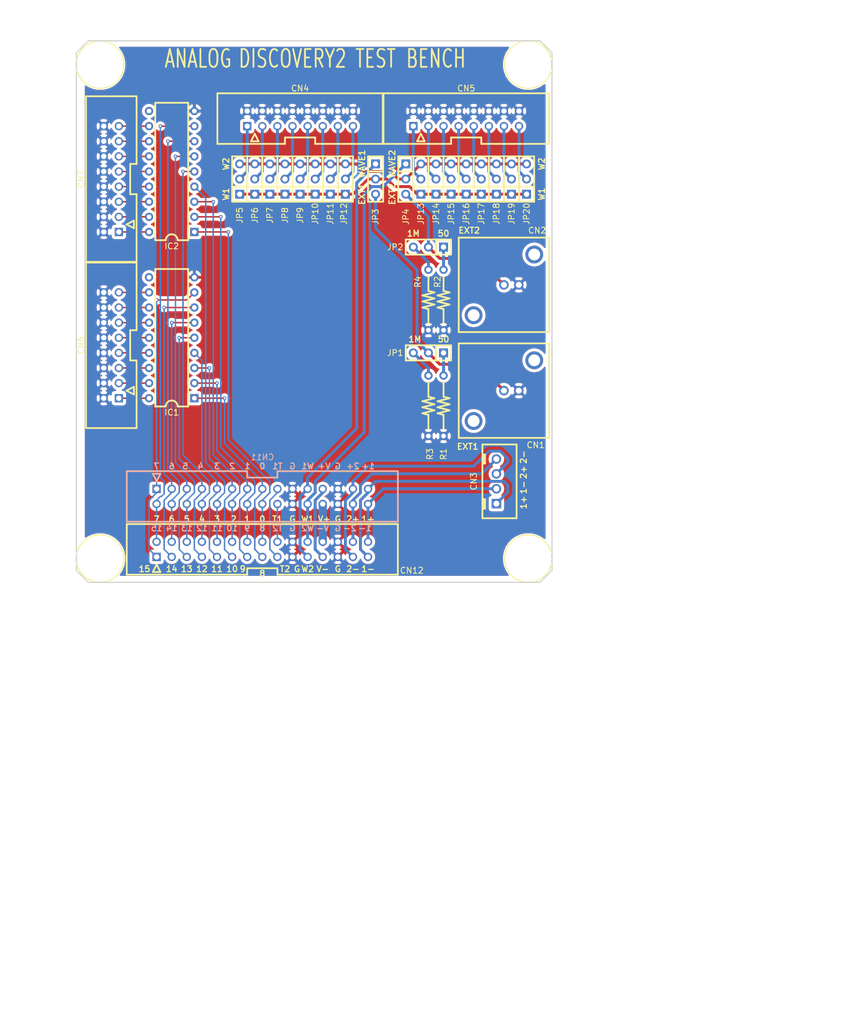
<source format=kicad_pcb>
(kicad_pcb (version 20171130) (host pcbnew "(5.1.10)-1")
  (layers (0 F.Cu signal) (31 B.Cu signal) (34 B.Paste user hide) (35 F.Paste user hide) (36 B.SilkS user) (37 F.SilkS user) (38 B.Mask user) (39 F.Mask user) (44 Edge.Cuts user))
  (net 0 "")
  (net 1 GND)
  (net 2 /B7)
  (net 3 /B6)
  (net 4 /B5)
  (net 5 /B4)
  (net 6 /B3)
  (net 7 /B2)
  (net 8 /B1)
  (net 9 /B0)
  (net 10 /A7)
  (net 11 /A6)
  (net 12 /A5)
  (net 13 /A4)
  (net 14 /A3)
  (net 15 /A2)
  (net 16 /A1)
  (net 17 /A0)
  (net 18 /WAVE1)
  (net 19 /WAVE2)
  (net 20 /TRG2)
  (net 21 /TRG1)
  (net 22 "Net-(CN1-Pad1)")
  (net 23 "Net-(CN2-Pad1)")
  (net 24 /AN1+)
  (net 25 /AN1-)
  (net 26 /AN2+)
  (net 27 /AN2-)
  (net 28 /AN8)
  (net 29 /AN7)
  (net 30 /AN6)
  (net 31 /AN5)
  (net 32 /AN4)
  (net 33 /AN3)
  (net 34 /AN2)
  (net 35 /AN1)
  (net 36 /AN9)
  (net 37 /AN10)
  (net 38 /AN11)
  (net 39 /AN12)
  (net 40 /AN13)
  (net 41 /AN14)
  (net 42 /AN15)
  (net 43 /AN16)
  (net 44 "Net-(CN6-Pad1)")
  (net 45 "Net-(CN6-Pad3)")
  (net 46 "Net-(CN6-Pad5)")
  (net 47 "Net-(CN6-Pad7)")
  (net 48 "Net-(CN6-Pad9)")
  (net 49 "Net-(CN6-Pad11)")
  (net 50 "Net-(CN6-Pad13)")
  (net 51 "Net-(CN6-Pad15)")
  (net 52 "Net-(CN7-Pad15)")
  (net 53 "Net-(CN7-Pad13)")
  (net 54 "Net-(CN7-Pad11)")
  (net 55 "Net-(CN7-Pad9)")
  (net 56 "Net-(CN7-Pad7)")
  (net 57 "Net-(CN7-Pad5)")
  (net 58 "Net-(CN7-Pad3)")
  (net 59 "Net-(CN7-Pad1)")
  (net 60 +5V)
  (net 61 -5V)
  (net 62 "Net-(IC1-Pad10)")
  (net 63 "Net-(IC2-Pad10)")
  (net 64 "Net-(JP1-Pad1)")
  (net 65 "Net-(JP1-Pad3)")
  (net 66 "Net-(JP2-Pad3)")
  (net 67 "Net-(JP2-Pad1)")
  (net 68 /W1)
  (net 69 /W2)
  (module "" (layer F.Cu) (at 116.332 115.062)
    (fp_text reference "" (at 64.77 88.9) (layer F.SilkS) (effects (font (size 1.27 1.27))))
    (fp_text value "" (at 64.77 88.9) (layer F.SilkS) (effects (font (size 1.27 1.27))))
  )
  (module MountingHole:MountingHole_3.5mm (layer F.Cu) (at 54 126)
    (fp_text reference REF** hide)
    (fp_text value MountingHole_3.5mm)
    (pad 1 np_thru_hole circle (at 0 0) (size 3.5 3.5) (drill 3.5) (layers *.Cu *.Mask))
  )
  (module MountingHole:MountingHole_3.5mm (layer F.Cu) (at 126 126)
    (fp_text reference REF** hide)
    (fp_text value MountingHole_3.5mm)
    (pad 1 np_thru_hole circle (at 0 0) (size 3.5 3.5) (drill 3.5) (layers *.Cu *.Mask))
  )
  (module MountingHole:MountingHole_3.5mm (layer F.Cu) (at 126 43)
    (fp_text reference REF** hide)
    (fp_text value MountingHole_3.5mm)
    (pad 1 np_thru_hole circle (at 0 0) (size 3.5 3.5) (drill 3.5) (layers *.Cu *.Mask))
  )
  (module MountingHole:MountingHole_3.5mm (layer F.Cu) (at 54 43)
    (fp_text reference REF** hide)
    (fp_text value MountingHole_3.5mm)
    (pad 1 np_thru_hole circle (at 0 0) (size 3.5 3.5) (drill 3.5) (layers *.Cu *.Mask))
  )
  (module footprint:cn_HIF3FC-30PA-254DSA (layer B.Cu) (at 81.28 115.57)
    (fp_text reference CN11 (at 0 -6.604) (layer B.SilkS) (effects (justify mirror)))
    (fp_text value "DISCOVERY 30Pin")
    (pad 1 thru_hole rect (at -17.78 -1.27) (size 1.4 1.4) (drill 0.9) (layers *.Cu *.Mask) (net 10 /A7))
    (pad 2 thru_hole circle (at -17.78 1.27) (size 1.4 1.4) (drill 0.9) (layers *.Cu *.Mask) (net 2 /B7))
    (pad 3 thru_hole circle (at -15.24 -1.27) (size 1.4 1.4) (drill 0.9) (layers *.Cu *.Mask) (net 11 /A6))
    (pad 4 thru_hole circle (at -15.24 1.27) (size 1.4 1.4) (drill 0.9) (layers *.Cu *.Mask) (net 3 /B6))
    (pad 5 thru_hole circle (at -12.7 -1.27) (size 1.4 1.4) (drill 0.9) (layers *.Cu *.Mask) (net 12 /A5))
    (pad 6 thru_hole circle (at -12.7 1.27) (size 1.4 1.4) (drill 0.9) (layers *.Cu *.Mask) (net 4 /B5))
    (pad 7 thru_hole circle (at -10.16 -1.27) (size 1.4 1.4) (drill 0.9) (layers *.Cu *.Mask) (net 13 /A4))
    (pad 8 thru_hole circle (at -10.16 1.27) (size 1.4 1.4) (drill 0.9) (layers *.Cu *.Mask) (net 5 /B4))
    (pad 9 thru_hole circle (at -7.62 -1.27) (size 1.4 1.4) (drill 0.9) (layers *.Cu *.Mask) (net 14 /A3))
    (pad 10 thru_hole circle (at -7.62 1.27) (size 1.4 1.4) (drill 0.9) (layers *.Cu *.Mask) (net 6 /B3))
    (pad 11 thru_hole circle (at -5.08 -1.27) (size 1.4 1.4) (drill 0.9) (layers *.Cu *.Mask) (net 15 /A2))
    (pad 12 thru_hole circle (at -5.08 1.27) (size 1.4 1.4) (drill 0.9) (layers *.Cu *.Mask) (net 7 /B2))
    (pad 13 thru_hole circle (at -2.54 -1.27) (size 1.4 1.4) (drill 0.9) (layers *.Cu *.Mask) (net 16 /A1))
    (pad 14 thru_hole circle (at -2.54 1.27) (size 1.4 1.4) (drill 0.9) (layers *.Cu *.Mask) (net 8 /B1))
    (pad 15 thru_hole circle (at 0 -1.27) (size 1.4 1.4) (drill 0.9) (layers *.Cu *.Mask) (net 17 /A0))
    (pad 16 thru_hole circle (at 0 1.27) (size 1.4 1.4) (drill 0.9) (layers *.Cu *.Mask) (net 9 /B0))
    (pad 17 thru_hole circle (at 2.54 -1.27) (size 1.4 1.4) (drill 0.9) (layers *.Cu *.Mask) (net 21 /TRG1))
    (pad 18 thru_hole circle (at 2.54 1.27) (size 1.4 1.4) (drill 0.9) (layers *.Cu *.Mask) (net 20 /TRG2))
    (pad 19 thru_hole circle (at 5.08 -1.27) (size 1.4 1.4) (drill 0.9) (layers *.Cu *.Mask) (net 1 GND))
    (pad 20 thru_hole circle (at 5.08 1.27) (size 1.4 1.4) (drill 0.9) (layers *.Cu *.Mask) (net 1 GND))
    (pad 21 thru_hole circle (at 7.62 -1.27) (size 1.4 1.4) (drill 0.9) (layers *.Cu *.Mask) (net 18 /WAVE1))
    (pad 22 thru_hole circle (at 7.62 1.27) (size 1.4 1.4) (drill 0.9) (layers *.Cu *.Mask) (net 19 /WAVE2))
    (pad 23 thru_hole circle (at 10.16 -1.27) (size 1.4 1.4) (drill 0.9) (layers *.Cu *.Mask) (net 60 +5V))
    (pad 24 thru_hole circle (at 10.16 1.27) (size 1.4 1.4) (drill 0.9) (layers *.Cu *.Mask) (net 61 -5V))
    (pad 25 thru_hole circle (at 12.7 -1.27) (size 1.4 1.4) (drill 0.9) (layers *.Cu *.Mask) (net 1 GND))
    (pad 26 thru_hole circle (at 12.7 1.27) (size 1.4 1.4) (drill 0.9) (layers *.Cu *.Mask) (net 1 GND))
    (pad 27 thru_hole circle (at 15.24 -1.27) (size 1.4 1.4) (drill 0.9) (layers *.Cu *.Mask) (net 26 /AN2+))
    (pad 28 thru_hole circle (at 15.24 1.27) (size 1.4 1.4) (drill 0.9) (layers *.Cu *.Mask) (net 27 /AN2-))
    (pad 29 thru_hole circle (at 17.78 -1.27) (size 1.4 1.4) (drill 0.9) (layers *.Cu *.Mask) (net 24 /AN1+))
    (pad 30 thru_hole circle (at 17.78 1.27) (size 1.4 1.4) (drill 0.9) (layers *.Cu *.Mask) (net 25 /AN1-))
  )
  (module footprint:cn_HIF3FC-30PA-254DSA (layer F.Cu) (at 81.28 124.46)
    (fp_text reference CN12 (at 25.146 3.556) (layer F.SilkS))
    (fp_text value "DISCOVERY 30Pin")
    (pad 1 thru_hole rect (at -17.78 1.27) (size 1.4 1.4) (drill 0.9) (layers *.Cu *.Mask) (net 10 /A7))
    (pad 2 thru_hole circle (at -17.78 -1.27) (size 1.4 1.4) (drill 0.9) (layers *.Cu *.Mask) (net 2 /B7))
    (pad 3 thru_hole circle (at -15.24 1.27) (size 1.4 1.4) (drill 0.9) (layers *.Cu *.Mask) (net 11 /A6))
    (pad 4 thru_hole circle (at -15.24 -1.27) (size 1.4 1.4) (drill 0.9) (layers *.Cu *.Mask) (net 3 /B6))
    (pad 5 thru_hole circle (at -12.7 1.27) (size 1.4 1.4) (drill 0.9) (layers *.Cu *.Mask) (net 12 /A5))
    (pad 6 thru_hole circle (at -12.7 -1.27) (size 1.4 1.4) (drill 0.9) (layers *.Cu *.Mask) (net 4 /B5))
    (pad 7 thru_hole circle (at -10.16 1.27) (size 1.4 1.4) (drill 0.9) (layers *.Cu *.Mask) (net 13 /A4))
    (pad 8 thru_hole circle (at -10.16 -1.27) (size 1.4 1.4) (drill 0.9) (layers *.Cu *.Mask) (net 5 /B4))
    (pad 9 thru_hole circle (at -7.62 1.27) (size 1.4 1.4) (drill 0.9) (layers *.Cu *.Mask) (net 14 /A3))
    (pad 10 thru_hole circle (at -7.62 -1.27) (size 1.4 1.4) (drill 0.9) (layers *.Cu *.Mask) (net 6 /B3))
    (pad 11 thru_hole circle (at -5.08 1.27) (size 1.4 1.4) (drill 0.9) (layers *.Cu *.Mask) (net 15 /A2))
    (pad 12 thru_hole circle (at -5.08 -1.27) (size 1.4 1.4) (drill 0.9) (layers *.Cu *.Mask) (net 7 /B2))
    (pad 13 thru_hole circle (at -2.54 1.27) (size 1.4 1.4) (drill 0.9) (layers *.Cu *.Mask) (net 16 /A1))
    (pad 14 thru_hole circle (at -2.54 -1.27) (size 1.4 1.4) (drill 0.9) (layers *.Cu *.Mask) (net 8 /B1))
    (pad 15 thru_hole circle (at 0 1.27) (size 1.4 1.4) (drill 0.9) (layers *.Cu *.Mask) (net 17 /A0))
    (pad 16 thru_hole circle (at 0 -1.27) (size 1.4 1.4) (drill 0.9) (layers *.Cu *.Mask) (net 9 /B0))
    (pad 17 thru_hole circle (at 2.54 1.27) (size 1.4 1.4) (drill 0.9) (layers *.Cu *.Mask) (net 21 /TRG1))
    (pad 18 thru_hole circle (at 2.54 -1.27) (size 1.4 1.4) (drill 0.9) (layers *.Cu *.Mask) (net 20 /TRG2))
    (pad 19 thru_hole circle (at 5.08 1.27) (size 1.4 1.4) (drill 0.9) (layers *.Cu *.Mask) (net 1 GND))
    (pad 20 thru_hole circle (at 5.08 -1.27) (size 1.4 1.4) (drill 0.9) (layers *.Cu *.Mask) (net 1 GND))
    (pad 21 thru_hole circle (at 7.62 1.27) (size 1.4 1.4) (drill 0.9) (layers *.Cu *.Mask) (net 18 /WAVE1))
    (pad 22 thru_hole circle (at 7.62 -1.27) (size 1.4 1.4) (drill 0.9) (layers *.Cu *.Mask) (net 19 /WAVE2))
    (pad 23 thru_hole circle (at 10.16 1.27) (size 1.4 1.4) (drill 0.9) (layers *.Cu *.Mask) (net 60 +5V))
    (pad 24 thru_hole circle (at 10.16 -1.27) (size 1.4 1.4) (drill 0.9) (layers *.Cu *.Mask) (net 61 -5V))
    (pad 25 thru_hole circle (at 12.7 1.27) (size 1.4 1.4) (drill 0.9) (layers *.Cu *.Mask) (net 1 GND))
    (pad 26 thru_hole circle (at 12.7 -1.27) (size 1.4 1.4) (drill 0.9) (layers *.Cu *.Mask) (net 1 GND))
    (pad 27 thru_hole circle (at 15.24 1.27) (size 1.4 1.4) (drill 0.9) (layers *.Cu *.Mask) (net 26 /AN2+))
    (pad 28 thru_hole circle (at 15.24 -1.27) (size 1.4 1.4) (drill 0.9) (layers *.Cu *.Mask) (net 27 /AN2-))
    (pad 29 thru_hole circle (at 17.78 1.27) (size 1.4 1.4) (drill 0.9) (layers *.Cu *.Mask) (net 24 /AN1+))
    (pad 30 thru_hole circle (at 17.78 -1.27) (size 1.4 1.4) (drill 0.9) (layers *.Cu *.Mask) (net 25 /AN1-))
  )
  (module footprint:cn_B-056 (layer F.Cu) (at 121.92 97.79)
    (fp_text reference CN1 (at 5.334 9.144) (layer F.SilkS))
    (fp_text value B-056)
    (pad 4 thru_hole circle (at -5.1 5.1) (size 3 3) (drill 2) (layers *.Cu *.Mask))
    (pad 3 thru_hole circle (at 5.1 -5.1) (size 3 3) (drill 2) (layers *.Cu *.Mask))
    (pad 2 thru_hole circle (at 2.5 0) (size 1.6 1.6) (drill 1) (layers *.Cu *.Mask) (net 1 GND))
    (pad 1 thru_hole circle (at 0 0) (size 1.6 1.6) (drill 1) (layers *.Cu *.Mask) (net 22 "Net-(CN1-Pad1)"))
  )
  (module footprint:cn_B-056 (layer F.Cu) (at 121.92 80.01)
    (fp_text reference CN2 (at 5.588 -9.144) (layer F.SilkS))
    (fp_text value B-056)
    (pad 1 thru_hole circle (at 0 0) (size 1.6 1.6) (drill 1) (layers *.Cu *.Mask) (net 23 "Net-(CN2-Pad1)"))
    (pad 2 thru_hole circle (at 2.5 0) (size 1.6 1.6) (drill 1) (layers *.Cu *.Mask) (net 1 GND))
    (pad 3 thru_hole circle (at 5.1 -5.1) (size 3 3) (drill 2) (layers *.Cu *.Mask))
    (pad 4 thru_hole circle (at -5.1 5.1) (size 3 3) (drill 2) (layers *.Cu *.Mask))
  )
  (module footprint:cn_B4B-XH-A (layer F.Cu) (at 120.65 113.03 90)
    (fp_text reference CN3 (at 0 -3.81 90) (layer F.SilkS))
    (fp_text value B4B-XH-A)
    (pad 1 thru_hole rect (at -3.75 0 90) (size 1.6 1.6) (drill 1) (layers *.Cu *.Mask) (net 24 /AN1+))
    (pad 2 thru_hole circle (at -1.25 0 90) (size 1.6 1.6) (drill 1) (layers *.Cu *.Mask) (net 25 /AN1-))
    (pad 3 thru_hole circle (at 1.25 0 90) (size 1.6 1.6) (drill 1) (layers *.Cu *.Mask) (net 26 /AN2+))
    (pad 4 thru_hole circle (at 3.75 0 90) (size 1.6 1.6) (drill 1) (layers *.Cu *.Mask) (net 27 /AN2-))
  )
  (module footprint:cn_HIF3FC-16PA-254DSA (layer F.Cu) (at 87.63 52.07)
    (fp_text reference CN4 (at 0 -5.08) (layer F.SilkS))
    (fp_text value HIF3FC-16PA-2.54DSA)
    (pad 16 thru_hole circle (at 8.89 -1.27) (size 1.4 1.4) (drill 0.9) (layers *.Cu *.Mask) (net 1 GND))
    (pad 15 thru_hole circle (at 8.89 1.27) (size 1.4 1.4) (drill 0.9) (layers *.Cu *.Mask) (net 28 /AN8))
    (pad 14 thru_hole circle (at 6.35 -1.27) (size 1.4 1.4) (drill 0.9) (layers *.Cu *.Mask) (net 1 GND))
    (pad 13 thru_hole circle (at 6.35 1.27) (size 1.4 1.4) (drill 0.9) (layers *.Cu *.Mask) (net 29 /AN7))
    (pad 12 thru_hole circle (at 3.81 -1.27) (size 1.4 1.4) (drill 0.9) (layers *.Cu *.Mask) (net 1 GND))
    (pad 11 thru_hole circle (at 3.81 1.27) (size 1.4 1.4) (drill 0.9) (layers *.Cu *.Mask) (net 30 /AN6))
    (pad 10 thru_hole circle (at 1.27 -1.27) (size 1.4 1.4) (drill 0.9) (layers *.Cu *.Mask) (net 1 GND))
    (pad 9 thru_hole circle (at 1.27 1.27) (size 1.4 1.4) (drill 0.9) (layers *.Cu *.Mask) (net 31 /AN5))
    (pad 8 thru_hole circle (at -1.27 -1.27) (size 1.4 1.4) (drill 0.9) (layers *.Cu *.Mask) (net 1 GND))
    (pad 7 thru_hole circle (at -1.27 1.27) (size 1.4 1.4) (drill 0.9) (layers *.Cu *.Mask) (net 32 /AN4))
    (pad 6 thru_hole circle (at -3.81 -1.27) (size 1.4 1.4) (drill 0.9) (layers *.Cu *.Mask) (net 1 GND))
    (pad 5 thru_hole circle (at -3.81 1.27) (size 1.4 1.4) (drill 0.9) (layers *.Cu *.Mask) (net 33 /AN3))
    (pad 4 thru_hole circle (at -6.35 -1.27) (size 1.4 1.4) (drill 0.9) (layers *.Cu *.Mask) (net 1 GND))
    (pad 3 thru_hole circle (at -6.35 1.27) (size 1.4 1.4) (drill 0.9) (layers *.Cu *.Mask) (net 34 /AN2))
    (pad 2 thru_hole circle (at -8.89 -1.27) (size 1.4 1.4) (drill 0.9) (layers *.Cu *.Mask) (net 1 GND))
    (pad 1 thru_hole rect (at -8.89 1.27) (size 1.4 1.4) (drill 0.9) (layers *.Cu *.Mask) (net 35 /AN1))
  )
  (module footprint:cn_HIF3FC-16PA-254DSA (layer F.Cu) (at 115.57 52.07)
    (fp_text reference CN5 (at 0 -5.08) (layer F.SilkS))
    (fp_text value HIF3FC-16PA-2.54DSA)
    (pad 1 thru_hole rect (at -8.89 1.27) (size 1.4 1.4) (drill 0.9) (layers *.Cu *.Mask) (net 36 /AN9))
    (pad 2 thru_hole circle (at -8.89 -1.27) (size 1.4 1.4) (drill 0.9) (layers *.Cu *.Mask) (net 1 GND))
    (pad 3 thru_hole circle (at -6.35 1.27) (size 1.4 1.4) (drill 0.9) (layers *.Cu *.Mask) (net 37 /AN10))
    (pad 4 thru_hole circle (at -6.35 -1.27) (size 1.4 1.4) (drill 0.9) (layers *.Cu *.Mask) (net 1 GND))
    (pad 5 thru_hole circle (at -3.81 1.27) (size 1.4 1.4) (drill 0.9) (layers *.Cu *.Mask) (net 38 /AN11))
    (pad 6 thru_hole circle (at -3.81 -1.27) (size 1.4 1.4) (drill 0.9) (layers *.Cu *.Mask) (net 1 GND))
    (pad 7 thru_hole circle (at -1.27 1.27) (size 1.4 1.4) (drill 0.9) (layers *.Cu *.Mask) (net 39 /AN12))
    (pad 8 thru_hole circle (at -1.27 -1.27) (size 1.4 1.4) (drill 0.9) (layers *.Cu *.Mask) (net 1 GND))
    (pad 9 thru_hole circle (at 1.27 1.27) (size 1.4 1.4) (drill 0.9) (layers *.Cu *.Mask) (net 40 /AN13))
    (pad 10 thru_hole circle (at 1.27 -1.27) (size 1.4 1.4) (drill 0.9) (layers *.Cu *.Mask) (net 1 GND))
    (pad 11 thru_hole circle (at 3.81 1.27) (size 1.4 1.4) (drill 0.9) (layers *.Cu *.Mask) (net 41 /AN14))
    (pad 12 thru_hole circle (at 3.81 -1.27) (size 1.4 1.4) (drill 0.9) (layers *.Cu *.Mask) (net 1 GND))
    (pad 13 thru_hole circle (at 6.35 1.27) (size 1.4 1.4) (drill 0.9) (layers *.Cu *.Mask) (net 42 /AN15))
    (pad 14 thru_hole circle (at 6.35 -1.27) (size 1.4 1.4) (drill 0.9) (layers *.Cu *.Mask) (net 1 GND))
    (pad 15 thru_hole circle (at 8.89 1.27) (size 1.4 1.4) (drill 0.9) (layers *.Cu *.Mask) (net 43 /AN16))
    (pad 16 thru_hole circle (at 8.89 -1.27) (size 1.4 1.4) (drill 0.9) (layers *.Cu *.Mask) (net 1 GND))
  )
  (module footprint:cn_HIF3FC-16PA-254DSA (layer F.Cu) (at 55.88 90.17 90)
    (fp_text reference CN6 (at 0 -5.08 90) (layer F.SilkS))
    (fp_text value HIF3FC-16PA-2.54DSA)
    (pad 1 thru_hole rect (at -8.89 1.27 90) (size 1.4 1.4) (drill 0.9) (layers *.Cu *.Mask) (net 44 "Net-(CN6-Pad1)"))
    (pad 2 thru_hole circle (at -8.89 -1.27 90) (size 1.4 1.4) (drill 0.9) (layers *.Cu *.Mask) (net 1 GND))
    (pad 3 thru_hole circle (at -6.35 1.27 90) (size 1.4 1.4) (drill 0.9) (layers *.Cu *.Mask) (net 45 "Net-(CN6-Pad3)"))
    (pad 4 thru_hole circle (at -6.35 -1.27 90) (size 1.4 1.4) (drill 0.9) (layers *.Cu *.Mask) (net 1 GND))
    (pad 5 thru_hole circle (at -3.81 1.27 90) (size 1.4 1.4) (drill 0.9) (layers *.Cu *.Mask) (net 46 "Net-(CN6-Pad5)"))
    (pad 6 thru_hole circle (at -3.81 -1.27 90) (size 1.4 1.4) (drill 0.9) (layers *.Cu *.Mask) (net 1 GND))
    (pad 7 thru_hole circle (at -1.27 1.27 90) (size 1.4 1.4) (drill 0.9) (layers *.Cu *.Mask) (net 47 "Net-(CN6-Pad7)"))
    (pad 8 thru_hole circle (at -1.27 -1.27 90) (size 1.4 1.4) (drill 0.9) (layers *.Cu *.Mask) (net 1 GND))
    (pad 9 thru_hole circle (at 1.27 1.27 90) (size 1.4 1.4) (drill 0.9) (layers *.Cu *.Mask) (net 48 "Net-(CN6-Pad9)"))
    (pad 10 thru_hole circle (at 1.27 -1.27 90) (size 1.4 1.4) (drill 0.9) (layers *.Cu *.Mask) (net 1 GND))
    (pad 11 thru_hole circle (at 3.81 1.27 90) (size 1.4 1.4) (drill 0.9) (layers *.Cu *.Mask) (net 49 "Net-(CN6-Pad11)"))
    (pad 12 thru_hole circle (at 3.81 -1.27 90) (size 1.4 1.4) (drill 0.9) (layers *.Cu *.Mask) (net 1 GND))
    (pad 13 thru_hole circle (at 6.35 1.27 90) (size 1.4 1.4) (drill 0.9) (layers *.Cu *.Mask) (net 50 "Net-(CN6-Pad13)"))
    (pad 14 thru_hole circle (at 6.35 -1.27 90) (size 1.4 1.4) (drill 0.9) (layers *.Cu *.Mask) (net 1 GND))
    (pad 15 thru_hole circle (at 8.89 1.27 90) (size 1.4 1.4) (drill 0.9) (layers *.Cu *.Mask) (net 51 "Net-(CN6-Pad15)"))
    (pad 16 thru_hole circle (at 8.89 -1.27 90) (size 1.4 1.4) (drill 0.9) (layers *.Cu *.Mask) (net 1 GND))
  )
  (module footprint:cn_HIF3FC-16PA-254DSA (layer F.Cu) (at 55.88 62.23 90)
    (fp_text reference CN7 (at 0 -5.08 90) (layer F.SilkS))
    (fp_text value HIF3FC-16PA-2.54DSA)
    (pad 16 thru_hole circle (at 8.89 -1.27 90) (size 1.4 1.4) (drill 0.9) (layers *.Cu *.Mask) (net 1 GND))
    (pad 15 thru_hole circle (at 8.89 1.27 90) (size 1.4 1.4) (drill 0.9) (layers *.Cu *.Mask) (net 52 "Net-(CN7-Pad15)"))
    (pad 14 thru_hole circle (at 6.35 -1.27 90) (size 1.4 1.4) (drill 0.9) (layers *.Cu *.Mask) (net 1 GND))
    (pad 13 thru_hole circle (at 6.35 1.27 90) (size 1.4 1.4) (drill 0.9) (layers *.Cu *.Mask) (net 53 "Net-(CN7-Pad13)"))
    (pad 12 thru_hole circle (at 3.81 -1.27 90) (size 1.4 1.4) (drill 0.9) (layers *.Cu *.Mask) (net 1 GND))
    (pad 11 thru_hole circle (at 3.81 1.27 90) (size 1.4 1.4) (drill 0.9) (layers *.Cu *.Mask) (net 54 "Net-(CN7-Pad11)"))
    (pad 10 thru_hole circle (at 1.27 -1.27 90) (size 1.4 1.4) (drill 0.9) (layers *.Cu *.Mask) (net 1 GND))
    (pad 9 thru_hole circle (at 1.27 1.27 90) (size 1.4 1.4) (drill 0.9) (layers *.Cu *.Mask) (net 55 "Net-(CN7-Pad9)"))
    (pad 8 thru_hole circle (at -1.27 -1.27 90) (size 1.4 1.4) (drill 0.9) (layers *.Cu *.Mask) (net 1 GND))
    (pad 7 thru_hole circle (at -1.27 1.27 90) (size 1.4 1.4) (drill 0.9) (layers *.Cu *.Mask) (net 56 "Net-(CN7-Pad7)"))
    (pad 6 thru_hole circle (at -3.81 -1.27 90) (size 1.4 1.4) (drill 0.9) (layers *.Cu *.Mask) (net 1 GND))
    (pad 5 thru_hole circle (at -3.81 1.27 90) (size 1.4 1.4) (drill 0.9) (layers *.Cu *.Mask) (net 57 "Net-(CN7-Pad5)"))
    (pad 4 thru_hole circle (at -6.35 -1.27 90) (size 1.4 1.4) (drill 0.9) (layers *.Cu *.Mask) (net 1 GND))
    (pad 3 thru_hole circle (at -6.35 1.27 90) (size 1.4 1.4) (drill 0.9) (layers *.Cu *.Mask) (net 58 "Net-(CN7-Pad3)"))
    (pad 2 thru_hole circle (at -8.89 -1.27 90) (size 1.4 1.4) (drill 0.9) (layers *.Cu *.Mask) (net 1 GND))
    (pad 1 thru_hole rect (at -8.89 1.27 90) (size 1.4 1.4) (drill 0.9) (layers *.Cu *.Mask) (net 59 "Net-(CN7-Pad1)"))
  )
  (module footprint:ic_DIP-18_W7.62mm (layer F.Cu) (at 69.85 99.06 180)
    (fp_text reference IC1 (at 3.81 -2.39) (layer F.SilkS))
    (fp_text value TD62083AP)
    (pad 10 thru_hole oval (at 7.62 20.32 180) (size 1.4 1.4) (drill 0.8) (layers *.Cu *.Mask) (net 62 "Net-(IC1-Pad10)"))
    (pad 9 thru_hole oval (at 0 20.32 180) (size 1.4 1.4) (drill 0.8) (layers *.Cu *.Mask) (net 1 GND))
    (pad 18 thru_hole oval (at 7.62 0 180) (size 1.4 1.4) (drill 0.8) (layers *.Cu *.Mask) (net 44 "Net-(CN6-Pad1)"))
    (pad 8 thru_hole oval (at 0 17.78 180) (size 1.4 1.4) (drill 0.8) (layers *.Cu *.Mask) (net 10 /A7))
    (pad 17 thru_hole oval (at 7.62 2.54 180) (size 1.4 1.4) (drill 0.8) (layers *.Cu *.Mask) (net 45 "Net-(CN6-Pad3)"))
    (pad 7 thru_hole oval (at 0 15.24 180) (size 1.4 1.4) (drill 0.8) (layers *.Cu *.Mask) (net 11 /A6))
    (pad 16 thru_hole oval (at 7.62 5.08 180) (size 1.4 1.4) (drill 0.8) (layers *.Cu *.Mask) (net 46 "Net-(CN6-Pad5)"))
    (pad 6 thru_hole oval (at 0 12.7 180) (size 1.4 1.4) (drill 0.8) (layers *.Cu *.Mask) (net 12 /A5))
    (pad 15 thru_hole oval (at 7.62 7.62 180) (size 1.4 1.4) (drill 0.8) (layers *.Cu *.Mask) (net 47 "Net-(CN6-Pad7)"))
    (pad 5 thru_hole oval (at 0 10.16 180) (size 1.4 1.4) (drill 0.8) (layers *.Cu *.Mask) (net 13 /A4))
    (pad 14 thru_hole oval (at 7.62 10.16 180) (size 1.4 1.4) (drill 0.8) (layers *.Cu *.Mask) (net 48 "Net-(CN6-Pad9)"))
    (pad 4 thru_hole oval (at 0 7.62 180) (size 1.4 1.4) (drill 0.8) (layers *.Cu *.Mask) (net 14 /A3))
    (pad 13 thru_hole oval (at 7.62 12.7 180) (size 1.4 1.4) (drill 0.8) (layers *.Cu *.Mask) (net 49 "Net-(CN6-Pad11)"))
    (pad 3 thru_hole oval (at 0 5.08 180) (size 1.4 1.4) (drill 0.8) (layers *.Cu *.Mask) (net 15 /A2))
    (pad 12 thru_hole oval (at 7.62 15.24 180) (size 1.4 1.4) (drill 0.8) (layers *.Cu *.Mask) (net 50 "Net-(CN6-Pad13)"))
    (pad 2 thru_hole oval (at 0 2.54 180) (size 1.4 1.4) (drill 0.8) (layers *.Cu *.Mask) (net 16 /A1))
    (pad 11 thru_hole oval (at 7.62 17.78 180) (size 1.4 1.4) (drill 0.8) (layers *.Cu *.Mask) (net 51 "Net-(CN6-Pad15)"))
    (pad 1 thru_hole rect (at 0 0 180) (size 1.4 1.4) (drill 0.8) (layers *.Cu *.Mask) (net 17 /A0))
  )
  (module footprint:ic_DIP-18_W7.62mm (layer F.Cu) (at 69.85 71.12 180)
    (fp_text reference IC2 (at 3.81 -2.39) (layer F.SilkS))
    (fp_text value TD62083AP)
    (pad 1 thru_hole rect (at 0 0 180) (size 1.4 1.4) (drill 0.8) (layers *.Cu *.Mask) (net 9 /B0))
    (pad 11 thru_hole oval (at 7.62 17.78 180) (size 1.4 1.4) (drill 0.8) (layers *.Cu *.Mask) (net 52 "Net-(CN7-Pad15)"))
    (pad 2 thru_hole oval (at 0 2.54 180) (size 1.4 1.4) (drill 0.8) (layers *.Cu *.Mask) (net 8 /B1))
    (pad 12 thru_hole oval (at 7.62 15.24 180) (size 1.4 1.4) (drill 0.8) (layers *.Cu *.Mask) (net 53 "Net-(CN7-Pad13)"))
    (pad 3 thru_hole oval (at 0 5.08 180) (size 1.4 1.4) (drill 0.8) (layers *.Cu *.Mask) (net 7 /B2))
    (pad 13 thru_hole oval (at 7.62 12.7 180) (size 1.4 1.4) (drill 0.8) (layers *.Cu *.Mask) (net 54 "Net-(CN7-Pad11)"))
    (pad 4 thru_hole oval (at 0 7.62 180) (size 1.4 1.4) (drill 0.8) (layers *.Cu *.Mask) (net 6 /B3))
    (pad 14 thru_hole oval (at 7.62 10.16 180) (size 1.4 1.4) (drill 0.8) (layers *.Cu *.Mask) (net 55 "Net-(CN7-Pad9)"))
    (pad 5 thru_hole oval (at 0 10.16 180) (size 1.4 1.4) (drill 0.8) (layers *.Cu *.Mask) (net 5 /B4))
    (pad 15 thru_hole oval (at 7.62 7.62 180) (size 1.4 1.4) (drill 0.8) (layers *.Cu *.Mask) (net 56 "Net-(CN7-Pad7)"))
    (pad 6 thru_hole oval (at 0 12.7 180) (size 1.4 1.4) (drill 0.8) (layers *.Cu *.Mask) (net 4 /B5))
    (pad 16 thru_hole oval (at 7.62 5.08 180) (size 1.4 1.4) (drill 0.8) (layers *.Cu *.Mask) (net 57 "Net-(CN7-Pad5)"))
    (pad 7 thru_hole oval (at 0 15.24 180) (size 1.4 1.4) (drill 0.8) (layers *.Cu *.Mask) (net 3 /B6))
    (pad 17 thru_hole oval (at 7.62 2.54 180) (size 1.4 1.4) (drill 0.8) (layers *.Cu *.Mask) (net 58 "Net-(CN7-Pad3)"))
    (pad 8 thru_hole oval (at 0 17.78 180) (size 1.4 1.4) (drill 0.8) (layers *.Cu *.Mask) (net 2 /B7))
    (pad 18 thru_hole oval (at 7.62 0 180) (size 1.4 1.4) (drill 0.8) (layers *.Cu *.Mask) (net 59 "Net-(CN7-Pad1)"))
    (pad 9 thru_hole oval (at 0 20.32 180) (size 1.4 1.4) (drill 0.8) (layers *.Cu *.Mask) (net 1 GND))
    (pad 10 thru_hole oval (at 7.62 20.32 180) (size 1.4 1.4) (drill 0.8) (layers *.Cu *.Mask) (net 63 "Net-(IC2-Pad10)"))
  )
  (module footprint:jp_JUMPER1_3 (layer F.Cu) (at 109.22 91.44 180)
    (fp_text reference JP1 (at 5.588 0) (layer F.SilkS))
    (fp_text value JUMPER1*3)
    (pad 1 thru_hole rect (at -2.54 0 180) (size 1.5 1.5) (drill 0.9) (layers *.Cu *.Mask) (net 64 "Net-(JP1-Pad1)"))
    (pad 2 thru_hole circle (at 0 0 180) (size 1.5 1.5) (drill 0.9) (layers *.Cu *.Mask) (net 22 "Net-(CN1-Pad1)"))
    (pad 3 thru_hole circle (at 2.54 0 180) (size 1.5 1.5) (drill 0.9) (layers *.Cu *.Mask) (net 65 "Net-(JP1-Pad3)"))
  )
  (module footprint:jp_JUMPER1_3 (layer F.Cu) (at 109.22 73.66 180)
    (fp_text reference JP2 (at 5.588 0) (layer F.SilkS))
    (fp_text value JUMPER1*3)
    (pad 3 thru_hole circle (at 2.54 0 180) (size 1.5 1.5) (drill 0.9) (layers *.Cu *.Mask) (net 66 "Net-(JP2-Pad3)"))
    (pad 2 thru_hole circle (at 0 0 180) (size 1.5 1.5) (drill 0.9) (layers *.Cu *.Mask) (net 23 "Net-(CN2-Pad1)"))
    (pad 1 thru_hole rect (at -2.54 0 180) (size 1.5 1.5) (drill 0.9) (layers *.Cu *.Mask) (net 67 "Net-(JP2-Pad1)"))
  )
  (module footprint:jp_JUMPER1_3 (layer F.Cu) (at 100.33 62.23 270)
    (fp_text reference JP3 (at 6.35 0 90) (layer F.SilkS))
    (fp_text value JUMPER1*3)
    (pad 3 thru_hole circle (at 2.54 0 270) (size 1.5 1.5) (drill 0.9) (layers *.Cu *.Mask) (net 22 "Net-(CN1-Pad1)"))
    (pad 2 thru_hole circle (at 0 0 270) (size 1.5 1.5) (drill 0.9) (layers *.Cu *.Mask) (net 68 /W1))
    (pad 1 thru_hole rect (at -2.54 0 270) (size 1.5 1.5) (drill 0.9) (layers *.Cu *.Mask) (net 18 /WAVE1))
  )
  (module footprint:jp_JUMPER1_3 (layer F.Cu) (at 105.41 62.23 270)
    (fp_text reference JP4 (at 6.35 0 90) (layer F.SilkS))
    (fp_text value JUMPER1*3)
    (pad 1 thru_hole rect (at -2.54 0 270) (size 1.5 1.5) (drill 0.9) (layers *.Cu *.Mask) (net 19 /WAVE2))
    (pad 2 thru_hole circle (at 0 0 270) (size 1.5 1.5) (drill 0.9) (layers *.Cu *.Mask) (net 69 /W2))
    (pad 3 thru_hole circle (at 2.54 0 270) (size 1.5 1.5) (drill 0.9) (layers *.Cu *.Mask) (net 23 "Net-(CN2-Pad1)"))
  )
  (module A01myFootPrint:R_TH_10R16 (layer F.Cu) (at 111.76 100.33 270)
    (fp_text reference R1 (at 8.128 0 90) (layer F.SilkS))
    (fp_text value 49.9)
    (pad 1 thru_hole circle (at -5.08 0 270) (size 1.4 1.4) (drill 0.8) (layers *.Cu *.Mask) (net 64 "Net-(JP1-Pad1)"))
    (pad 2 thru_hole circle (at 5.08 0 270) (size 1.4 1.4) (drill 0.8) (layers *.Cu *.Mask) (net 1 GND))
  )
  (module A01myFootPrint:R_TH_10R16 (layer F.Cu) (at 111.76 82.55 270)
    (fp_text reference R2 (at -3.048 1.016 90) (layer F.SilkS))
    (fp_text value 49.9)
    (pad 2 thru_hole circle (at 5.08 0 270) (size 1.4 1.4) (drill 0.8) (layers *.Cu *.Mask) (net 1 GND))
    (pad 1 thru_hole circle (at -5.08 0 270) (size 1.4 1.4) (drill 0.8) (layers *.Cu *.Mask) (net 67 "Net-(JP2-Pad1)"))
  )
  (module A01myFootPrint:R_TH_10R16 (layer F.Cu) (at 109.22 100.33 270)
    (fp_text reference R3 (at 8.128 -0.254 90) (layer F.SilkS))
    (fp_text value 1M)
    (pad 2 thru_hole circle (at 5.08 0 270) (size 1.4 1.4) (drill 0.8) (layers *.Cu *.Mask) (net 1 GND))
    (pad 1 thru_hole circle (at -5.08 0 270) (size 1.4 1.4) (drill 0.8) (layers *.Cu *.Mask) (net 65 "Net-(JP1-Pad3)"))
  )
  (module A01myFootPrint:R_TH_10R16 (layer F.Cu) (at 109.22 82.55 270)
    (fp_text reference R4 (at -3.048 1.778 90) (layer F.SilkS))
    (fp_text value 1M)
    (pad 1 thru_hole circle (at -5.08 0 270) (size 1.4 1.4) (drill 0.8) (layers *.Cu *.Mask) (net 66 "Net-(JP2-Pad3)"))
    (pad 2 thru_hole circle (at 5.08 0 270) (size 1.4 1.4) (drill 0.8) (layers *.Cu *.Mask) (net 1 GND))
  )
  (module footprint:jp_JUMPER1_3 (layer F.Cu) (at 77.47 62.23 90)
    (fp_text reference JP5 (at -6.096 0 90) (layer F.SilkS))
    (fp_text value JUMPER1*3_SMALL)
    (pad 1 thru_hole rect (at -2.54 0 90) (size 1.5 1.5) (drill 0.9) (layers *.Cu *.Mask) (net 68 /W1))
    (pad 2 thru_hole circle (at 0 0 90) (size 1.5 1.5) (drill 0.9) (layers *.Cu *.Mask) (net 35 /AN1))
    (pad 3 thru_hole circle (at 2.54 0 90) (size 1.5 1.5) (drill 0.9) (layers *.Cu *.Mask) (net 69 /W2))
  )
  (module footprint:jp_JUMPER1_3 (layer F.Cu) (at 80.01 62.23 90)
    (fp_text reference JP6 (at -6.096 0 90) (layer F.SilkS))
    (fp_text value JUMPER1*3_SMALL)
    (pad 3 thru_hole circle (at 2.54 0 90) (size 1.5 1.5) (drill 0.9) (layers *.Cu *.Mask) (net 69 /W2))
    (pad 2 thru_hole circle (at 0 0 90) (size 1.5 1.5) (drill 0.9) (layers *.Cu *.Mask) (net 34 /AN2))
    (pad 1 thru_hole rect (at -2.54 0 90) (size 1.5 1.5) (drill 0.9) (layers *.Cu *.Mask) (net 68 /W1))
  )
  (module footprint:jp_JUMPER1_3 (layer F.Cu) (at 82.55 62.23 90)
    (fp_text reference JP7 (at -6.096 0 90) (layer F.SilkS))
    (fp_text value JUMPER1*3_SMALL)
    (pad 3 thru_hole circle (at 2.54 0 90) (size 1.5 1.5) (drill 0.9) (layers *.Cu *.Mask) (net 69 /W2))
    (pad 2 thru_hole circle (at 0 0 90) (size 1.5 1.5) (drill 0.9) (layers *.Cu *.Mask) (net 33 /AN3))
    (pad 1 thru_hole rect (at -2.54 0 90) (size 1.5 1.5) (drill 0.9) (layers *.Cu *.Mask) (net 68 /W1))
  )
  (module footprint:jp_JUMPER1_3 (layer F.Cu) (at 85.09 62.23 90)
    (fp_text reference JP8 (at -6.096 0 90) (layer F.SilkS))
    (fp_text value JUMPER1*3_SMALL)
    (pad 1 thru_hole rect (at -2.54 0 90) (size 1.5 1.5) (drill 0.9) (layers *.Cu *.Mask) (net 68 /W1))
    (pad 2 thru_hole circle (at 0 0 90) (size 1.5 1.5) (drill 0.9) (layers *.Cu *.Mask) (net 32 /AN4))
    (pad 3 thru_hole circle (at 2.54 0 90) (size 1.5 1.5) (drill 0.9) (layers *.Cu *.Mask) (net 69 /W2))
  )
  (module footprint:jp_JUMPER1_3 (layer F.Cu) (at 87.63 62.23 90)
    (fp_text reference JP9 (at -6.096 0 90) (layer F.SilkS))
    (fp_text value JUMPER1*3_SMALL)
    (pad 3 thru_hole circle (at 2.54 0 90) (size 1.5 1.5) (drill 0.9) (layers *.Cu *.Mask) (net 69 /W2))
    (pad 2 thru_hole circle (at 0 0 90) (size 1.5 1.5) (drill 0.9) (layers *.Cu *.Mask) (net 31 /AN5))
    (pad 1 thru_hole rect (at -2.54 0 90) (size 1.5 1.5) (drill 0.9) (layers *.Cu *.Mask) (net 68 /W1))
  )
  (module footprint:jp_JUMPER1_3 (layer F.Cu) (at 90.17 62.23 90)
    (fp_text reference JP10 (at -5.842 0 90) (layer F.SilkS))
    (fp_text value JUMPER1*3_SMALL)
    (pad 1 thru_hole rect (at -2.54 0 90) (size 1.5 1.5) (drill 0.9) (layers *.Cu *.Mask) (net 68 /W1))
    (pad 2 thru_hole circle (at 0 0 90) (size 1.5 1.5) (drill 0.9) (layers *.Cu *.Mask) (net 30 /AN6))
    (pad 3 thru_hole circle (at 2.54 0 90) (size 1.5 1.5) (drill 0.9) (layers *.Cu *.Mask) (net 69 /W2))
  )
  (module footprint:jp_JUMPER1_3 (layer F.Cu) (at 92.71 62.23 90)
    (fp_text reference JP11 (at -5.842 0 90) (layer F.SilkS))
    (fp_text value JUMPER1*3_SMALL)
    (pad 3 thru_hole circle (at 2.54 0 90) (size 1.5 1.5) (drill 0.9) (layers *.Cu *.Mask) (net 69 /W2))
    (pad 2 thru_hole circle (at 0 0 90) (size 1.5 1.5) (drill 0.9) (layers *.Cu *.Mask) (net 29 /AN7))
    (pad 1 thru_hole rect (at -2.54 0 90) (size 1.5 1.5) (drill 0.9) (layers *.Cu *.Mask) (net 68 /W1))
  )
  (module footprint:jp_JUMPER1_3 (layer F.Cu) (at 95.25 62.23 90)
    (fp_text reference JP12 (at -5.842 -0.254 90) (layer F.SilkS))
    (fp_text value JUMPER1*3_SMALL)
    (pad 1 thru_hole rect (at -2.54 0 90) (size 1.5 1.5) (drill 0.9) (layers *.Cu *.Mask) (net 68 /W1))
    (pad 2 thru_hole circle (at 0 0 90) (size 1.5 1.5) (drill 0.9) (layers *.Cu *.Mask) (net 28 /AN8))
    (pad 3 thru_hole circle (at 2.54 0 90) (size 1.5 1.5) (drill 0.9) (layers *.Cu *.Mask) (net 69 /W2))
  )
  (module footprint:jp_JUMPER1_3 (layer F.Cu) (at 107.95 62.23 90)
    (fp_text reference JP13 (at -5.842 0 90) (layer F.SilkS))
    (fp_text value JUMPER1*3_SMALL)
    (pad 1 thru_hole rect (at -2.54 0 90) (size 1.5 1.5) (drill 0.9) (layers *.Cu *.Mask) (net 68 /W1))
    (pad 2 thru_hole circle (at 0 0 90) (size 1.5 1.5) (drill 0.9) (layers *.Cu *.Mask) (net 36 /AN9))
    (pad 3 thru_hole circle (at 2.54 0 90) (size 1.5 1.5) (drill 0.9) (layers *.Cu *.Mask) (net 69 /W2))
  )
  (module footprint:jp_JUMPER1_3 (layer F.Cu) (at 110.49 62.23 90)
    (fp_text reference JP14 (at -5.842 0 90) (layer F.SilkS))
    (fp_text value JUMPER1*3_SMALL)
    (pad 3 thru_hole circle (at 2.54 0 90) (size 1.5 1.5) (drill 0.9) (layers *.Cu *.Mask) (net 69 /W2))
    (pad 2 thru_hole circle (at 0 0 90) (size 1.5 1.5) (drill 0.9) (layers *.Cu *.Mask) (net 37 /AN10))
    (pad 1 thru_hole rect (at -2.54 0 90) (size 1.5 1.5) (drill 0.9) (layers *.Cu *.Mask) (net 68 /W1))
  )
  (module footprint:jp_JUMPER1_3 (layer F.Cu) (at 113.03 62.23 90)
    (fp_text reference JP15 (at -5.842 0 90) (layer F.SilkS))
    (fp_text value JUMPER1*3_SMALL)
    (pad 1 thru_hole rect (at -2.54 0 90) (size 1.5 1.5) (drill 0.9) (layers *.Cu *.Mask) (net 68 /W1))
    (pad 2 thru_hole circle (at 0 0 90) (size 1.5 1.5) (drill 0.9) (layers *.Cu *.Mask) (net 38 /AN11))
    (pad 3 thru_hole circle (at 2.54 0 90) (size 1.5 1.5) (drill 0.9) (layers *.Cu *.Mask) (net 69 /W2))
  )
  (module footprint:jp_JUMPER1_3 (layer F.Cu) (at 115.57 62.23 90)
    (fp_text reference JP16 (at -5.842 0 90) (layer F.SilkS))
    (fp_text value JUMPER1*3_SMALL)
    (pad 3 thru_hole circle (at 2.54 0 90) (size 1.5 1.5) (drill 0.9) (layers *.Cu *.Mask) (net 69 /W2))
    (pad 2 thru_hole circle (at 0 0 90) (size 1.5 1.5) (drill 0.9) (layers *.Cu *.Mask) (net 39 /AN12))
    (pad 1 thru_hole rect (at -2.54 0 90) (size 1.5 1.5) (drill 0.9) (layers *.Cu *.Mask) (net 68 /W1))
  )
  (module footprint:jp_JUMPER1_3 (layer F.Cu) (at 118.11 62.23 90)
    (fp_text reference JP17 (at -5.842 0 90) (layer F.SilkS))
    (fp_text value JUMPER1*3_SMALL)
    (pad 1 thru_hole rect (at -2.54 0 90) (size 1.5 1.5) (drill 0.9) (layers *.Cu *.Mask) (net 68 /W1))
    (pad 2 thru_hole circle (at 0 0 90) (size 1.5 1.5) (drill 0.9) (layers *.Cu *.Mask) (net 40 /AN13))
    (pad 3 thru_hole circle (at 2.54 0 90) (size 1.5 1.5) (drill 0.9) (layers *.Cu *.Mask) (net 69 /W2))
  )
  (module footprint:jp_JUMPER1_3 (layer F.Cu) (at 120.65 62.23 90)
    (fp_text reference JP18 (at -5.842 0 90) (layer F.SilkS))
    (fp_text value JUMPER1*3_SMALL)
    (pad 3 thru_hole circle (at 2.54 0 90) (size 1.5 1.5) (drill 0.9) (layers *.Cu *.Mask) (net 69 /W2))
    (pad 2 thru_hole circle (at 0 0 90) (size 1.5 1.5) (drill 0.9) (layers *.Cu *.Mask) (net 41 /AN14))
    (pad 1 thru_hole rect (at -2.54 0 90) (size 1.5 1.5) (drill 0.9) (layers *.Cu *.Mask) (net 68 /W1))
  )
  (module footprint:jp_JUMPER1_3 (layer F.Cu) (at 123.19 62.23 90)
    (fp_text reference JP19 (at -5.842 0 90) (layer F.SilkS))
    (fp_text value JUMPER1*3_SMALL)
    (pad 1 thru_hole rect (at -2.54 0 90) (size 1.5 1.5) (drill 0.9) (layers *.Cu *.Mask) (net 68 /W1))
    (pad 2 thru_hole circle (at 0 0 90) (size 1.5 1.5) (drill 0.9) (layers *.Cu *.Mask) (net 42 /AN15))
    (pad 3 thru_hole circle (at 2.54 0 90) (size 1.5 1.5) (drill 0.9) (layers *.Cu *.Mask) (net 69 /W2))
  )
  (module footprint:jp_JUMPER1_3 (layer F.Cu) (at 125.73 62.23 90)
    (fp_text reference JP20 (at -5.842 0 90) (layer F.SilkS))
    (fp_text value JUMPER1*3_SMALL)
    (pad 3 thru_hole circle (at 2.54 0 90) (size 1.5 1.5) (drill 0.9) (layers *.Cu *.Mask) (net 69 /W2))
    (pad 2 thru_hole circle (at 0 0 90) (size 1.5 1.5) (drill 0.9) (layers *.Cu *.Mask) (net 43 /AN16))
    (pad 1 thru_hole rect (at -2.54 0 90) (size 1.5 1.5) (drill 0.9) (layers *.Cu *.Mask) (net 68 /W1))
  )
  (gr_text EXT2 (at 116.078 70.866) (layer F.SilkS) (effects (font (size 1 1) (thickness 0.2))))
  (gr_text EXT1 (at 115.824 107.188) (layer F.SilkS) (effects (font (size 1 1) (thickness 0.2))))
  (gr_text 2- (at 125.222 108.966 90) (layer F.SilkS) (effects (font (size 1 1) (thickness 0.2))))
  (gr_text 2+ (at 125.222 111.506 90) (layer F.SilkS) (effects (font (size 1 1) (thickness 0.2))))
  (gr_text 1+ (at 125.222 116.586 90) (layer F.SilkS) (effects (font (size 1 1) (thickness 0.2))))
  (gr_text 1- (at 125.222 114.046 90) (layer F.SilkS) (effects (font (size 1 1) (thickness 0.2))))
  (gr_text 1M (at 106.68 71.374) (layer F.SilkS) (effects (font (size 1 1) (thickness 0.2))))
  (gr_text 50 (at 111.76 71.374) (layer F.SilkS) (effects (font (size 1 1) (thickness 0.2))))
  (gr_text 50 (at 111.76 89.154) (layer F.SilkS) (effects (font (size 1 1) (thickness 0.2))))
  (gr_text 1M (at 106.934 89.154) (layer F.SilkS) (effects (font (size 1 1) (thickness 0.2))))
  (gr_text WAVE1 (at 98.044 59.69 90) (layer F.SilkS) (effects (font (size 1 1) (thickness 0.2))))
  (gr_text EXT1 (at 98.044 64.77 90) (layer F.SilkS) (effects (font (size 1 1) (thickness 0.2))))
  (gr_text EXT2 (at 103.124 64.77 90) (layer F.SilkS) (effects (font (size 1 1) (thickness 0.2))))
  (gr_text WAVE2 (at 103.124 59.69 90) (layer F.SilkS) (effects (font (size 1 1) (thickness 0.2))))
  (gr_text 15 (at 63.5 120.904) (layer B.SilkS) (effects (font (size 1 1) (thickness 0.2)) (justify mirror)))
  (gr_text 14 (at 66.04 120.904) (layer B.SilkS) (effects (font (size 1 1) (thickness 0.2)) (justify mirror)))
  (gr_text 13 (at 68.58 120.904) (layer B.SilkS) (effects (font (size 1 1) (thickness 0.2)) (justify mirror)))
  (gr_text 12 (at 71.12 120.904) (layer B.SilkS) (effects (font (size 1 1) (thickness 0.2)) (justify mirror)))
  (gr_text 11 (at 73.66 120.904) (layer B.SilkS) (effects (font (size 1 1) (thickness 0.2)) (justify mirror)))
  (gr_text 10 (at 76.2 120.904) (layer B.SilkS) (effects (font (size 1 1) (thickness 0.2)) (justify mirror)))
  (gr_text 9 (at 78.74 120.904) (layer B.SilkS) (effects (font (size 1 1) (thickness 0.2)) (justify mirror)))
  (gr_text 8 (at 81.28 120.904) (layer B.SilkS) (effects (font (size 1 1) (thickness 0.2)) (justify mirror)))
  (gr_text T2 (at 83.82 120.904) (layer B.SilkS) (effects (font (size 1 1) (thickness 0.2)) (justify mirror)))
  (gr_text G (at 86.36 120.904) (layer B.SilkS) (effects (font (size 1 1) (thickness 0.2)) (justify mirror)))
  (gr_text W2 (at 88.9 120.904) (layer B.SilkS) (effects (font (size 1 1) (thickness 0.2)) (justify mirror)))
  (gr_text V- (at 91.44 120.904) (layer B.SilkS) (effects (font (size 1 1) (thickness 0.2)) (justify mirror)))
  (gr_text G (at 93.98 120.904) (layer B.SilkS) (effects (font (size 1 1) (thickness 0.2)) (justify mirror)))
  (gr_text 2- (at 96.012 120.904) (layer B.SilkS) (effects (font (size 1 1) (thickness 0.2)) (justify mirror)))
  (gr_text 1- (at 98.552 120.904) (layer B.SilkS) (effects (font (size 1 1) (thickness 0.2)) (justify mirror)))
  (gr_text 6 (at 66.04 110.49) (layer B.SilkS) (effects (font (size 1 1) (thickness 0.2)) (justify mirror)))
  (gr_text 7 (at 63.5 110.49) (layer B.SilkS) (effects (font (size 1 1) (thickness 0.2)) (justify mirror)))
  (gr_text 1+ (at 99.06 110.49) (layer B.SilkS) (effects (font (size 1 1) (thickness 0.2)) (justify mirror)))
  (gr_text 2+ (at 96.52 110.49) (layer B.SilkS) (effects (font (size 1 1) (thickness 0.2)) (justify mirror)))
  (gr_text G (at 93.98 110.49) (layer B.SilkS) (effects (font (size 1 1) (thickness 0.2)) (justify mirror)))
  (gr_text V+ (at 91.694 110.49) (layer B.SilkS) (effects (font (size 1 1) (thickness 0.2)) (justify mirror)))
  (gr_text W1 (at 88.9 110.49) (layer B.SilkS) (effects (font (size 1 1) (thickness 0.2)) (justify mirror)))
  (gr_text G (at 86.36 110.49) (layer B.SilkS) (effects (font (size 1 1) (thickness 0.2)) (justify mirror)))
  (gr_text G (at 86.36 119.38) (layer F.SilkS) (effects (font (size 1 1) (thickness 0.2))))
  (gr_text T1 (at 83.82 110.49) (layer B.SilkS) (effects (font (size 1 1) (thickness 0.2)) (justify mirror)))
  (gr_text 0 (at 81.28 110.49) (layer B.SilkS) (effects (font (size 1 1) (thickness 0.2)) (justify mirror)))
  (gr_text 1 (at 78.74 110.49) (layer B.SilkS) (effects (font (size 1 1) (thickness 0.2)) (justify mirror)))
  (gr_text 2 (at 76.2 110.49) (layer B.SilkS) (effects (font (size 1 1) (thickness 0.2)) (justify mirror)))
  (gr_text 3 (at 73.66 110.49) (layer B.SilkS) (effects (font (size 1 1) (thickness 0.2)) (justify mirror)))
  (gr_text 4 (at 70.866 110.49) (layer B.SilkS) (effects (font (size 1 1) (thickness 0.2)) (justify mirror)))
  (gr_text 5 (at 68.326 110.49) (layer B.SilkS) (effects (font (size 1 1) (thickness 0.2)) (justify mirror)))
  (gr_text 15 (at 61.468 127.762) (layer F.SilkS) (effects (font (size 1 1) (thickness 0.2))))
  (gr_text 14 (at 66.04 127.762) (layer F.SilkS) (effects (font (size 1 1) (thickness 0.2))))
  (gr_text 13 (at 68.58 127.762) (layer F.SilkS) (effects (font (size 1 1) (thickness 0.2))))
  (gr_text 12 (at 71.12 127.762) (layer F.SilkS) (effects (font (size 1 1) (thickness 0.2))))
  (gr_text 11 (at 73.66 127.762) (layer F.SilkS) (effects (font (size 1 1) (thickness 0.2))))
  (gr_text 10 (at 76.2 127.762) (layer F.SilkS) (effects (font (size 1 1) (thickness 0.2))))
  (gr_text 9 (at 77.978 127.762) (layer F.SilkS) (effects (font (size 1 1) (thickness 0.2))))
  (gr_text 8 (at 81.28 128.524) (layer F.SilkS) (effects (font (size 1 1) (thickness 0.2))))
  (gr_text 7 (at 63.5 119.38) (layer F.SilkS) (effects (font (size 1 1) (thickness 0.2))))
  (gr_text 6 (at 66.04 119.38) (layer F.SilkS) (effects (font (size 1 1) (thickness 0.2))))
  (gr_text 5 (at 68.58 119.38) (layer F.SilkS) (effects (font (size 1 1) (thickness 0.2))))
  (gr_text 4 (at 71.12 119.38) (layer F.SilkS) (effects (font (size 1 1) (thickness 0.2))))
  (gr_text 3 (at 73.66 119.38) (layer F.SilkS) (effects (font (size 1 1) (thickness 0.2))))
  (gr_text 2 (at 76.454 119.38) (layer F.SilkS) (effects (font (size 1 1) (thickness 0.2))))
  (gr_text 1 (at 78.74 119.38) (layer F.SilkS) (effects (font (size 1 1) (thickness 0.2))))
  (gr_text 0 (at 81.28 119.38) (layer F.SilkS) (effects (font (size 1 1) (thickness 0.2))))
  (gr_text T2 (at 85.09 127.762) (layer F.SilkS) (effects (font (size 1 1) (thickness 0.2))))
  (gr_text T1 (at 83.82 119.38) (layer F.SilkS) (effects (font (size 1 1) (thickness 0.2))))
  (gr_text G (at 87.122 127.762) (layer F.SilkS) (effects (font (size 1 1) (thickness 0.2))))
  (gr_text W2 (at 128.27 59.69 90) (layer F.SilkS) (effects (font (size 1 1) (thickness 0.2))))
  (gr_text W2 (at 88.9 127.762) (layer F.SilkS) (effects (font (size 1 1) (thickness 0.2))))
  (gr_text W1 (at 88.9 119.38) (layer F.SilkS) (effects (font (size 1 1) (thickness 0.2))))
  (gr_text V- (at 91.44 127.762) (layer F.SilkS) (effects (font (size 1 1) (thickness 0.2))))
  (gr_text V+ (at 91.694 119.38) (layer F.SilkS) (effects (font (size 1 1) (thickness 0.2))))
  (gr_text G (at 93.98 127.762) (layer F.SilkS) (effects (font (size 1 1) (thickness 0.2))))
  (gr_text G (at 93.98 119.38) (layer F.SilkS) (effects (font (size 1 1) (thickness 0.2))))
  (gr_text 2- (at 96.52 127.762) (layer F.SilkS) (effects (font (size 1 1) (thickness 0.2))))
  (gr_text 2+ (at 96.52 119.38) (layer F.SilkS) (effects (font (size 1 1) (thickness 0.2))))
  (gr_text 1- (at 99.06 127.762) (layer F.SilkS) (effects (font (size 1 1) (thickness 0.2))))
  (gr_text BENCH (at 110.49 42) (layer F.SilkS) (effects (font (size 3 2) (thickness 0.3))))
  (gr_text W1 (at 75.184 64.77 90) (layer F.SilkS) (effects (font (size 1 1) (thickness 0.2))))
  (gr_text W2 (at 75.184 59.69 90) (layer F.SilkS) (effects (font (size 1 1) (thickness 0.2))))
  (gr_text W1 (at 128.27 64.77 90) (layer F.SilkS) (effects (font (size 1 1) (thickness 0.2))))
  (gr_text 1+ (at 99.06 119.38) (layer F.SilkS) (effects (font (size 1 1) (thickness 0.2))))
  (gr_text TEST (at 100.33 42) (layer F.SilkS) (effects (font (size 3 2) (thickness 0.3))))
  (gr_text DISCOVERY2 (at 86.36 42) (layer F.SilkS) (effects (font (size 3 2) (thickness 0.3))))
  (gr_text ANALOG (at 70.485 42) (layer F.SilkS) (effects (font (size 3 2) (thickness 0.3))))
  (gr_circle (center 54 126) (end 50 126) (layer F.SilkS) (width 0.2))
  (gr_circle (center 126 126) (end 130 126) (layer F.SilkS) (width 0.2))
  (gr_circle (center 126 43) (end 122 43) (layer F.SilkS) (width 0.2))
  (gr_circle (center 54 43) (end 58 43) (layer F.SilkS) (width 0.2))
  (gr_line (start 130 128) (end 130 41) (layer Edge.Cuts) (width 0.2))
  (gr_line (start 52 130) (end 128 130) (layer Edge.Cuts) (width 0.2))
  (gr_line (start 50 41) (end 50 128) (layer Edge.Cuts) (width 0.2))
  (gr_line (start 128 39) (end 52 39) (layer Edge.Cuts) (width 0.2))
  (gr_line (start 50 128) (end 52 130) (layer Edge.Cuts) (width 0.2))
  (gr_line (start 128 130) (end 130 128) (layer Edge.Cuts) (width 0.2))
  (gr_line (start 128 39) (end 130 41) (layer Edge.Cuts) (width 0.2))
  (gr_line (start 50 41) (end 52 39) (layer Edge.Cuts) (width 0.2))
  (segment (start 63.5 123.19) (end 63.5 116.84) (width 0.25) (layer B.Cu) (net 2))
  (via (at 64.135 53.34) (size 0.6) (drill 0.3) (layers F.Cu B.Cu) (net 2))
  (segment (start 64.135 53.34) (end 69.85 53.34) (width 0.25) (layer F.Cu) (net 2))
  (segment (start 64.135 112.395) (end 64.135 53.34) (width 0.25) (layer B.Cu) (net 2))
  (segment (start 64.77 113.03) (end 64.135 112.395) (width 0.25) (layer B.Cu) (net 2))
  (segment (start 64.319991 115.57) (end 64.77 115.119991) (width 0.25) (layer B.Cu) (net 2))
  (segment (start 63.5 116.205) (end 64.135 115.57) (width 0.25) (layer B.Cu) (net 2))
  (segment (start 64.77 115.119991) (end 64.77 113.03) (width 0.25) (layer B.Cu) (net 2))
  (segment (start 64.135 115.57) (end 64.319991 115.57) (width 0.25) (layer B.Cu) (net 2))
  (segment (start 63.5 116.84) (end 63.5 116.205) (width 0.25) (layer B.Cu) (net 2))
  (segment (start 66.04 123.19) (end 66.04 116.84) (width 0.25) (layer B.Cu) (net 3))
  (segment (start 66.04 116.84) (end 66.04 116.205) (width 0.25) (layer B.Cu) (net 3))
  (segment (start 66.04 116.205) (end 67.31 114.935) (width 0.25) (layer B.Cu) (net 3))
  (segment (start 67.31 114.935) (end 67.31 113.03) (width 0.25) (layer B.Cu) (net 3))
  (segment (start 67.31 113.03) (end 65.405 111.125) (width 0.25) (layer B.Cu) (net 3))
  (via (at 65.405 55.88) (size 0.6) (drill 0.3) (layers F.Cu B.Cu) (net 3))
  (segment (start 65.405 111.125) (end 65.405 55.88) (width 0.25) (layer B.Cu) (net 3))
  (segment (start 65.405 55.88) (end 69.85 55.88) (width 0.25) (layer F.Cu) (net 3))
  (segment (start 68.58 123.19) (end 68.58 116.84) (width 0.25) (layer B.Cu) (net 4))
  (segment (start 68.58 116.84) (end 68.58 116.205) (width 0.25) (layer B.Cu) (net 4))
  (segment (start 68.58 116.205) (end 69.85 114.935) (width 0.25) (layer B.Cu) (net 4))
  (segment (start 69.85 114.935) (end 69.85 113.03) (width 0.25) (layer B.Cu) (net 4))
  (segment (start 69.85 113.03) (end 66.675 109.855) (width 0.25) (layer B.Cu) (net 4))
  (via (at 66.675 58.42) (size 0.6) (drill 0.3) (layers F.Cu B.Cu) (net 4))
  (segment (start 66.675 109.855) (end 66.675 58.42) (width 0.25) (layer B.Cu) (net 4))
  (segment (start 66.675 58.42) (end 69.85 58.42) (width 0.25) (layer F.Cu) (net 4))
  (segment (start 71.12 123.19) (end 71.12 116.84) (width 0.25) (layer B.Cu) (net 5))
  (segment (start 71.12 116.84) (end 71.12 116.205) (width 0.25) (layer B.Cu) (net 5))
  (segment (start 71.12 116.205) (end 72.39 114.935) (width 0.25) (layer B.Cu) (net 5))
  (segment (start 72.39 114.935) (end 72.39 113.03) (width 0.25) (layer B.Cu) (net 5))
  (segment (start 72.39 113.03) (end 67.945 108.585) (width 0.25) (layer B.Cu) (net 5))
  (via (at 67.945 60.96) (size 0.6) (drill 0.3) (layers F.Cu B.Cu) (net 5))
  (segment (start 67.945 108.585) (end 67.945 60.96) (width 0.25) (layer B.Cu) (net 5))
  (segment (start 67.945 60.96) (end 69.85 60.96) (width 0.25) (layer F.Cu) (net 5))
  (segment (start 73.66 123.19) (end 73.66 116.84) (width 0.25) (layer B.Cu) (net 6))
  (segment (start 74.93 113.03) (end 71.755 109.855) (width 0.25) (layer B.Cu) (net 6))
  (segment (start 74.93 114.935) (end 74.93 113.03) (width 0.25) (layer B.Cu) (net 6))
  (segment (start 71.755 65.405) (end 69.85 63.5) (width 0.25) (layer B.Cu) (net 6))
  (segment (start 71.755 109.855) (end 71.755 65.405) (width 0.25) (layer B.Cu) (net 6))
  (segment (start 73.66 116.205) (end 74.93 114.935) (width 0.25) (layer B.Cu) (net 6))
  (segment (start 73.66 116.84) (end 73.66 116.205) (width 0.25) (layer B.Cu) (net 6))
  (segment (start 76.2 123.19) (end 76.2 116.84) (width 0.25) (layer B.Cu) (net 7))
  (via (at 73.025 66.04) (size 0.6) (drill 0.3) (layers F.Cu B.Cu) (net 7))
  (segment (start 73.025 66.04) (end 69.85 66.04) (width 0.25) (layer F.Cu) (net 7))
  (segment (start 73.025 108.585) (end 73.025 66.04) (width 0.25) (layer B.Cu) (net 7))
  (segment (start 77.47 113.03) (end 73.025 108.585) (width 0.25) (layer B.Cu) (net 7))
  (segment (start 77.47 114.935) (end 77.47 113.03) (width 0.25) (layer B.Cu) (net 7))
  (segment (start 76.2 116.205) (end 77.47 114.935) (width 0.25) (layer B.Cu) (net 7))
  (segment (start 76.2 116.84) (end 76.2 116.205) (width 0.25) (layer B.Cu) (net 7))
  (segment (start 78.74 116.84) (end 78.74 116.205) (width 0.25) (layer B.Cu) (net 8))
  (segment (start 78.74 116.205) (end 80.01 114.935) (width 0.25) (layer B.Cu) (net 8))
  (segment (start 80.01 114.935) (end 80.01 113.03) (width 0.25) (layer B.Cu) (net 8))
  (segment (start 80.01 113.03) (end 74.295 107.315) (width 0.25) (layer B.Cu) (net 8))
  (via (at 74.295 68.58) (size 0.6) (drill 0.3) (layers F.Cu B.Cu) (net 8))
  (segment (start 74.295 107.315) (end 74.295 68.58) (width 0.25) (layer B.Cu) (net 8))
  (segment (start 74.295 68.58) (end 69.85 68.58) (width 0.25) (layer F.Cu) (net 8))
  (segment (start 78.74 123.19) (end 78.74 116.84) (width 0.25) (layer B.Cu) (net 8))
  (segment (start 81.28 123.19) (end 81.28 116.84) (width 0.25) (layer B.Cu) (net 9))
  (via (at 75.565 71.12) (size 0.6) (drill 0.3) (layers F.Cu B.Cu) (net 9))
  (segment (start 75.565 71.12) (end 69.85 71.12) (width 0.25) (layer F.Cu) (net 9))
  (segment (start 75.565 106.045) (end 75.565 71.12) (width 0.25) (layer B.Cu) (net 9))
  (segment (start 82.55 113.03) (end 75.565 106.045) (width 0.25) (layer B.Cu) (net 9))
  (segment (start 82.55 114.935) (end 82.55 113.03) (width 0.25) (layer B.Cu) (net 9))
  (segment (start 81.28 116.205) (end 82.55 114.935) (width 0.25) (layer B.Cu) (net 9))
  (segment (start 81.28 116.84) (end 81.28 116.205) (width 0.25) (layer B.Cu) (net 9))
  (segment (start 63.5 114.935) (end 63.5 114.3) (width 0.25) (layer B.Cu) (net 10))
  (segment (start 62.23 116.205) (end 63.5 114.935) (width 0.25) (layer B.Cu) (net 10))
  (segment (start 62.23 124.46) (end 62.23 116.205) (width 0.25) (layer B.Cu) (net 10))
  (segment (start 63.5 125.73) (end 62.23 124.46) (width 0.25) (layer B.Cu) (net 10))
  (segment (start 63.5 114.3) (end 63.5 82.55) (width 0.25) (layer B.Cu) (net 10))
  (via (at 63.5 82.55) (size 0.6) (drill 0.3) (layers F.Cu B.Cu) (net 10))
  (segment (start 68.58 82.55) (end 69.85 81.28) (width 0.25) (layer F.Cu) (net 10))
  (segment (start 63.5 82.55) (end 68.58 82.55) (width 0.25) (layer F.Cu) (net 10))
  (segment (start 66.04 114.935) (end 66.04 114.3) (width 0.25) (layer B.Cu) (net 11))
  (segment (start 64.77 116.205) (end 66.04 114.935) (width 0.25) (layer B.Cu) (net 11))
  (segment (start 64.77 124.46) (end 64.77 116.205) (width 0.25) (layer B.Cu) (net 11))
  (segment (start 66.04 125.73) (end 64.77 124.46) (width 0.25) (layer B.Cu) (net 11))
  (segment (start 66.04 114.3) (end 66.04 113.03) (width 0.25) (layer B.Cu) (net 11))
  (segment (start 66.04 113.03) (end 64.77 111.76) (width 0.25) (layer B.Cu) (net 11))
  (via (at 64.77 83.82) (size 0.6) (drill 0.3) (layers F.Cu B.Cu) (net 11))
  (segment (start 64.77 111.76) (end 64.77 83.82) (width 0.25) (layer B.Cu) (net 11))
  (segment (start 64.77 83.82) (end 69.85 83.82) (width 0.25) (layer F.Cu) (net 11))
  (segment (start 68.58 114.935) (end 68.58 114.3) (width 0.25) (layer B.Cu) (net 12))
  (segment (start 67.31 116.205) (end 68.58 114.935) (width 0.25) (layer B.Cu) (net 12))
  (segment (start 67.31 124.46) (end 67.31 116.205) (width 0.25) (layer B.Cu) (net 12))
  (segment (start 68.58 125.73) (end 67.31 124.46) (width 0.25) (layer B.Cu) (net 12))
  (segment (start 68.58 114.3) (end 68.58 113.03) (width 0.25) (layer B.Cu) (net 12))
  (segment (start 68.58 113.03) (end 66.04 110.49) (width 0.25) (layer B.Cu) (net 12))
  (via (at 66.04 86.36) (size 0.6) (drill 0.3) (layers F.Cu B.Cu) (net 12))
  (segment (start 66.04 110.49) (end 66.04 86.36) (width 0.25) (layer B.Cu) (net 12))
  (segment (start 66.04 86.36) (end 69.85 86.36) (width 0.25) (layer F.Cu) (net 12))
  (segment (start 71.12 114.935) (end 71.12 114.3) (width 0.25) (layer B.Cu) (net 13))
  (segment (start 69.85 116.205) (end 71.12 114.935) (width 0.25) (layer B.Cu) (net 13))
  (segment (start 69.85 124.46) (end 69.85 116.205) (width 0.25) (layer B.Cu) (net 13))
  (segment (start 71.12 125.73) (end 69.85 124.46) (width 0.25) (layer B.Cu) (net 13))
  (segment (start 71.12 114.3) (end 71.12 113.03) (width 0.25) (layer B.Cu) (net 13))
  (segment (start 71.12 113.03) (end 67.31 109.22) (width 0.25) (layer B.Cu) (net 13))
  (via (at 67.31 88.9) (size 0.6) (drill 0.3) (layers F.Cu B.Cu) (net 13))
  (segment (start 67.31 109.22) (end 67.31 88.9) (width 0.25) (layer B.Cu) (net 13))
  (segment (start 67.31 88.9) (end 69.85 88.9) (width 0.25) (layer F.Cu) (net 13))
  (segment (start 73.66 114.935) (end 73.66 114.3) (width 0.25) (layer B.Cu) (net 14))
  (segment (start 72.39 124.46) (end 72.39 116.205) (width 0.25) (layer B.Cu) (net 14))
  (segment (start 72.39 116.205) (end 73.66 114.935) (width 0.25) (layer B.Cu) (net 14))
  (segment (start 73.66 125.73) (end 72.39 124.46) (width 0.25) (layer B.Cu) (net 14))
  (segment (start 73.66 114.3) (end 73.66 113.03) (width 0.25) (layer B.Cu) (net 14))
  (segment (start 73.66 113.03) (end 71.12 110.49) (width 0.25) (layer B.Cu) (net 14))
  (segment (start 71.12 92.71) (end 69.85 91.44) (width 0.25) (layer B.Cu) (net 14))
  (segment (start 71.12 110.49) (end 71.12 92.71) (width 0.25) (layer B.Cu) (net 14))
  (segment (start 76.2 114.935) (end 76.2 114.3) (width 0.25) (layer B.Cu) (net 15))
  (segment (start 74.93 116.205) (end 76.2 114.935) (width 0.25) (layer B.Cu) (net 15))
  (segment (start 74.93 124.46) (end 74.93 116.205) (width 0.25) (layer B.Cu) (net 15))
  (segment (start 76.2 125.73) (end 74.93 124.46) (width 0.25) (layer B.Cu) (net 15))
  (segment (start 76.2 114.3) (end 76.2 113.03) (width 0.25) (layer B.Cu) (net 15))
  (segment (start 76.2 113.03) (end 72.39 109.22) (width 0.25) (layer B.Cu) (net 15))
  (via (at 72.39 93.98) (size 0.6) (drill 0.3) (layers F.Cu B.Cu) (net 15))
  (segment (start 72.39 109.22) (end 72.39 93.98) (width 0.25) (layer B.Cu) (net 15))
  (segment (start 72.39 93.98) (end 69.85 93.98) (width 0.25) (layer F.Cu) (net 15))
  (segment (start 78.74 114.935) (end 78.74 114.3) (width 0.25) (layer B.Cu) (net 16))
  (segment (start 77.47 116.205) (end 78.74 114.935) (width 0.25) (layer B.Cu) (net 16))
  (segment (start 77.47 124.46) (end 77.47 116.205) (width 0.25) (layer B.Cu) (net 16))
  (segment (start 78.74 125.73) (end 77.47 124.46) (width 0.25) (layer B.Cu) (net 16))
  (segment (start 78.74 114.3) (end 78.74 113.03) (width 0.25) (layer B.Cu) (net 16))
  (segment (start 78.74 113.03) (end 73.66 107.95) (width 0.25) (layer B.Cu) (net 16))
  (via (at 73.66 96.52) (size 0.6) (drill 0.3) (layers F.Cu B.Cu) (net 16))
  (segment (start 73.66 107.95) (end 73.66 96.52) (width 0.25) (layer B.Cu) (net 16))
  (segment (start 73.66 96.52) (end 69.85 96.52) (width 0.25) (layer F.Cu) (net 16))
  (segment (start 81.28 114.935) (end 81.28 114.3) (width 0.25) (layer B.Cu) (net 17))
  (segment (start 80.01 116.205) (end 81.28 114.935) (width 0.25) (layer B.Cu) (net 17))
  (segment (start 80.01 124.46) (end 80.01 116.205) (width 0.25) (layer B.Cu) (net 17))
  (segment (start 81.28 125.73) (end 80.01 124.46) (width 0.25) (layer B.Cu) (net 17))
  (segment (start 81.28 114.3) (end 81.28 113.03) (width 0.25) (layer B.Cu) (net 17))
  (segment (start 81.28 113.03) (end 74.93 106.68) (width 0.25) (layer B.Cu) (net 17))
  (via (at 74.93 99.06) (size 0.6) (drill 0.3) (layers F.Cu B.Cu) (net 17))
  (segment (start 74.93 106.68) (end 74.93 99.06) (width 0.25) (layer B.Cu) (net 17))
  (segment (start 74.93 99.06) (end 69.85 99.06) (width 0.25) (layer F.Cu) (net 17))
  (segment (start 88.9 125.73) (end 87.63 124.46) (width 0.5) (layer B.Cu) (net 18))
  (segment (start 87.63 124.46) (end 87.63 115.57) (width 0.5) (layer B.Cu) (net 18))
  (segment (start 87.63 115.57) (end 88.9 114.3) (width 0.5) (layer B.Cu) (net 18))
  (segment (start 97.155 62.865) (end 100.33 59.69) (width 0.5) (layer B.Cu) (net 18))
  (segment (start 97.155 104.14) (end 97.155 62.865) (width 0.5) (layer B.Cu) (net 18))
  (segment (start 88.9 112.395) (end 97.155 104.14) (width 0.5) (layer B.Cu) (net 18))
  (segment (start 88.9 114.3) (end 88.9 112.395) (width 0.5) (layer B.Cu) (net 18))
  (segment (start 88.9 123.19) (end 88.9 116.84) (width 0.5) (layer B.Cu) (net 19))
  (segment (start 98.425 64.77) (end 99.695 63.5) (width 0.5) (layer B.Cu) (net 19))
  (segment (start 101.6 63.5) (end 105.41 59.69) (width 0.5) (layer B.Cu) (net 19))
  (segment (start 98.425 104.775) (end 98.425 64.77) (width 0.5) (layer B.Cu) (net 19))
  (segment (start 99.695 63.5) (end 101.6 63.5) (width 0.5) (layer B.Cu) (net 19))
  (segment (start 90.17 113.03) (end 98.425 104.775) (width 0.5) (layer B.Cu) (net 19))
  (segment (start 90.17 114.935) (end 90.17 113.03) (width 0.5) (layer B.Cu) (net 19))
  (segment (start 88.9 116.205) (end 90.17 114.935) (width 0.5) (layer B.Cu) (net 19))
  (segment (start 88.9 116.84) (end 88.9 116.205) (width 0.5) (layer B.Cu) (net 19))
  (segment (start 83.82 123.19) (end 83.82 116.84) (width 0.25) (layer B.Cu) (net 20))
  (segment (start 83.82 114.935) (end 83.82 114.3) (width 0.25) (layer B.Cu) (net 21))
  (segment (start 82.55 116.205) (end 83.82 114.935) (width 0.25) (layer B.Cu) (net 21))
  (segment (start 82.55 124.46) (end 82.55 116.205) (width 0.25) (layer B.Cu) (net 21))
  (segment (start 83.82 125.73) (end 82.55 124.46) (width 0.25) (layer B.Cu) (net 21))
  (segment (start 109.22 91.44) (end 111.125 93.345) (width 0.5) (layer F.Cu) (net 22))
  (segment (start 117.475 93.345) (end 121.92 97.79) (width 0.5) (layer F.Cu) (net 22))
  (segment (start 111.125 93.345) (end 117.475 93.345) (width 0.5) (layer F.Cu) (net 22))
  (segment (start 100.33 70.485) (end 100.33 64.77) (width 0.5) (layer B.Cu) (net 22))
  (segment (start 107.315 77.47) (end 100.33 70.485) (width 0.5) (layer B.Cu) (net 22))
  (segment (start 107.315 89.535) (end 107.315 77.47) (width 0.5) (layer B.Cu) (net 22))
  (segment (start 109.22 91.44) (end 107.315 89.535) (width 0.5) (layer B.Cu) (net 22))
  (segment (start 109.22 73.66) (end 111.125 75.565) (width 0.5) (layer F.Cu) (net 23))
  (segment (start 117.475 75.565) (end 121.92 80.01) (width 0.5) (layer F.Cu) (net 23))
  (segment (start 111.125 75.565) (end 117.475 75.565) (width 0.5) (layer F.Cu) (net 23))
  (segment (start 109.22 68.58) (end 105.41 64.77) (width 0.5) (layer B.Cu) (net 23))
  (segment (start 109.22 73.66) (end 109.22 68.58) (width 0.5) (layer B.Cu) (net 23))
  (segment (start 99.06 114.935) (end 99.06 114.3) (width 0.5) (layer B.Cu) (net 24))
  (segment (start 97.79 116.205) (end 99.06 114.935) (width 0.5) (layer B.Cu) (net 24))
  (segment (start 97.79 124.46) (end 97.79 116.205) (width 0.5) (layer B.Cu) (net 24))
  (segment (start 99.06 125.73) (end 97.79 124.46) (width 0.5) (layer B.Cu) (net 24))
  (segment (start 122.555 114.875) (end 120.65 116.78) (width 0.5) (layer B.Cu) (net 24))
  (segment (start 122.555 113.665) (end 122.555 114.875) (width 0.5) (layer B.Cu) (net 24))
  (segment (start 121.92 113.03) (end 122.555 113.665) (width 0.5) (layer B.Cu) (net 24))
  (segment (start 100.33 113.03) (end 121.92 113.03) (width 0.5) (layer B.Cu) (net 24))
  (segment (start 99.06 114.3) (end 100.33 113.03) (width 0.5) (layer B.Cu) (net 24))
  (segment (start 99.06 116.84) (end 99.06 123.19) (width 0.5) (layer B.Cu) (net 25))
  (segment (start 101.62 114.28) (end 120.65 114.28) (width 0.5) (layer B.Cu) (net 25))
  (segment (start 99.06 116.84) (end 101.62 114.28) (width 0.5) (layer B.Cu) (net 25))
  (segment (start 96.52 114.935) (end 96.52 114.3) (width 0.5) (layer B.Cu) (net 26))
  (segment (start 95.25 116.205) (end 96.52 114.935) (width 0.5) (layer B.Cu) (net 26))
  (segment (start 95.25 124.46) (end 95.25 116.205) (width 0.5) (layer B.Cu) (net 26))
  (segment (start 96.52 125.73) (end 95.25 124.46) (width 0.5) (layer B.Cu) (net 26))
  (segment (start 122.555 109.875) (end 120.65 111.78) (width 0.5) (layer B.Cu) (net 26))
  (segment (start 119.38 107.95) (end 121.285 107.95) (width 0.5) (layer B.Cu) (net 26))
  (segment (start 116.84 110.49) (end 119.38 107.95) (width 0.5) (layer B.Cu) (net 26))
  (segment (start 122.555 109.22) (end 122.555 109.875) (width 0.5) (layer B.Cu) (net 26))
  (segment (start 99.06 110.49) (end 116.84 110.49) (width 0.5) (layer B.Cu) (net 26))
  (segment (start 121.285 107.95) (end 122.555 109.22) (width 0.5) (layer B.Cu) (net 26))
  (segment (start 96.52 113.03) (end 99.06 110.49) (width 0.5) (layer B.Cu) (net 26))
  (segment (start 96.52 114.3) (end 96.52 113.03) (width 0.5) (layer B.Cu) (net 26))
  (segment (start 96.52 123.19) (end 96.52 116.84) (width 0.5) (layer B.Cu) (net 27))
  (segment (start 96.52 116.84) (end 96.52 116.205) (width 0.5) (layer B.Cu) (net 27))
  (segment (start 96.52 116.205) (end 97.79 114.935) (width 0.5) (layer B.Cu) (net 27))
  (segment (start 97.79 114.935) (end 97.79 113.665) (width 0.5) (layer B.Cu) (net 27))
  (segment (start 97.79 113.665) (end 99.695 111.76) (width 0.5) (layer B.Cu) (net 27))
  (segment (start 118.17 111.76) (end 120.65 109.28) (width 0.5) (layer B.Cu) (net 27))
  (segment (start 99.695 111.76) (end 118.17 111.76) (width 0.5) (layer B.Cu) (net 27))
  (segment (start 95.25 62.23) (end 96.52 60.96) (width 0.5) (layer B.Cu) (net 28))
  (segment (start 96.52 60.96) (end 96.52 53.34) (width 0.5) (layer B.Cu) (net 28))
  (segment (start 92.71 62.23) (end 93.98 60.96) (width 0.5) (layer B.Cu) (net 29))
  (segment (start 93.98 60.96) (end 93.98 53.34) (width 0.5) (layer B.Cu) (net 29))
  (segment (start 90.17 62.23) (end 91.44 60.96) (width 0.5) (layer B.Cu) (net 30))
  (segment (start 91.44 60.96) (end 91.44 53.34) (width 0.5) (layer B.Cu) (net 30))
  (segment (start 87.63 62.23) (end 88.9 60.96) (width 0.5) (layer B.Cu) (net 31))
  (segment (start 88.9 60.96) (end 88.9 53.34) (width 0.5) (layer B.Cu) (net 31))
  (segment (start 85.09 62.23) (end 86.36 60.96) (width 0.5) (layer B.Cu) (net 32))
  (segment (start 86.36 60.96) (end 86.36 53.34) (width 0.5) (layer B.Cu) (net 32))
  (segment (start 82.55 62.23) (end 83.82 60.96) (width 0.5) (layer B.Cu) (net 33))
  (segment (start 83.82 60.96) (end 83.82 53.34) (width 0.5) (layer B.Cu) (net 33))
  (segment (start 80.01 62.23) (end 81.28 60.96) (width 0.5) (layer B.Cu) (net 34))
  (segment (start 81.28 60.96) (end 81.28 53.34) (width 0.5) (layer B.Cu) (net 34))
  (segment (start 77.47 62.23) (end 78.74 60.96) (width 0.5) (layer B.Cu) (net 35))
  (segment (start 78.74 60.96) (end 78.74 53.34) (width 0.5) (layer B.Cu) (net 35))
  (segment (start 107.95 62.23) (end 106.68 60.96) (width 0.5) (layer B.Cu) (net 36))
  (segment (start 106.68 60.96) (end 106.68 53.34) (width 0.5) (layer B.Cu) (net 36))
  (segment (start 110.49 62.23) (end 109.22 60.96) (width 0.5) (layer B.Cu) (net 37))
  (segment (start 109.22 60.96) (end 109.22 53.34) (width 0.5) (layer B.Cu) (net 37))
  (segment (start 113.03 62.23) (end 111.76 60.96) (width 0.5) (layer B.Cu) (net 38))
  (segment (start 111.76 60.96) (end 111.76 53.34) (width 0.5) (layer B.Cu) (net 38))
  (segment (start 115.57 62.23) (end 114.3 60.96) (width 0.5) (layer B.Cu) (net 39))
  (segment (start 114.3 60.96) (end 114.3 53.34) (width 0.5) (layer B.Cu) (net 39))
  (segment (start 118.11 62.23) (end 116.84 60.96) (width 0.5) (layer B.Cu) (net 40))
  (segment (start 116.84 60.96) (end 116.84 53.34) (width 0.5) (layer B.Cu) (net 40))
  (segment (start 120.65 62.23) (end 119.38 60.96) (width 0.5) (layer B.Cu) (net 41))
  (segment (start 119.38 60.96) (end 119.38 53.34) (width 0.5) (layer B.Cu) (net 41))
  (segment (start 123.19 62.23) (end 121.92 60.96) (width 0.5) (layer B.Cu) (net 42))
  (segment (start 121.92 60.96) (end 121.92 53.34) (width 0.5) (layer B.Cu) (net 42))
  (segment (start 125.73 62.23) (end 124.46 60.96) (width 0.5) (layer B.Cu) (net 43))
  (segment (start 124.46 60.96) (end 124.46 53.34) (width 0.5) (layer B.Cu) (net 43))
  (segment (start 62.23 99.06) (end 57.15 99.06) (width 0.25) (layer F.Cu) (net 44))
  (segment (start 62.23 96.52) (end 57.15 96.52) (width 0.25) (layer F.Cu) (net 45))
  (segment (start 62.23 93.98) (end 57.15 93.98) (width 0.25) (layer F.Cu) (net 46))
  (segment (start 62.23 91.44) (end 57.15 91.44) (width 0.25) (layer F.Cu) (net 47))
  (segment (start 62.23 88.9) (end 57.15 88.9) (width 0.25) (layer F.Cu) (net 48))
  (segment (start 62.23 86.36) (end 57.15 86.36) (width 0.25) (layer F.Cu) (net 49))
  (segment (start 62.23 83.82) (end 57.15 83.82) (width 0.25) (layer F.Cu) (net 50))
  (segment (start 62.23 81.28) (end 57.15 81.28) (width 0.25) (layer F.Cu) (net 51))
  (segment (start 62.23 53.34) (end 57.15 53.34) (width 0.25) (layer F.Cu) (net 52))
  (segment (start 62.23 55.88) (end 57.15 55.88) (width 0.25) (layer F.Cu) (net 53))
  (segment (start 62.23 58.42) (end 57.15 58.42) (width 0.25) (layer F.Cu) (net 54))
  (segment (start 62.23 60.96) (end 57.15 60.96) (width 0.25) (layer F.Cu) (net 55))
  (segment (start 62.23 63.5) (end 57.15 63.5) (width 0.25) (layer F.Cu) (net 56))
  (segment (start 62.23 66.04) (end 57.15 66.04) (width 0.25) (layer F.Cu) (net 57))
  (segment (start 62.23 68.58) (end 57.15 68.58) (width 0.25) (layer F.Cu) (net 58))
  (segment (start 62.23 71.12) (end 57.15 71.12) (width 0.25) (layer F.Cu) (net 59))
  (segment (start 91.44 125.73) (end 90.17 124.46) (width 0.5) (layer B.Cu) (net 60))
  (segment (start 91.44 114.935) (end 91.44 114.3) (width 0.5) (layer B.Cu) (net 60))
  (segment (start 90.17 124.46) (end 90.17 116.205) (width 0.5) (layer B.Cu) (net 60))
  (segment (start 90.17 116.205) (end 91.44 114.935) (width 0.5) (layer B.Cu) (net 60))
  (segment (start 91.44 123.19) (end 91.44 116.84) (width 1.4) (layer B.Cu) (net 61))
  (segment (start 111.76 95.25) (end 111.76 91.44) (width 0.5) (layer B.Cu) (net 64))
  (segment (start 109.22 93.98) (end 106.68 91.44) (width 0.5) (layer B.Cu) (net 65))
  (segment (start 109.22 95.25) (end 109.22 93.98) (width 0.5) (layer B.Cu) (net 65))
  (segment (start 109.22 76.2) (end 106.68 73.66) (width 0.5) (layer B.Cu) (net 66))
  (segment (start 109.22 77.47) (end 109.22 76.2) (width 0.5) (layer B.Cu) (net 66))
  (segment (start 111.76 77.47) (end 111.76 73.66) (width 0.5) (layer B.Cu) (net 67))
  (segment (start 107.95 64.77) (end 110.49 64.77) (width 0.5) (layer F.Cu) (net 68))
  (segment (start 110.49 64.77) (end 113.03 64.77) (width 0.5) (layer F.Cu) (net 68))
  (segment (start 113.03 64.77) (end 115.57 64.77) (width 0.5) (layer F.Cu) (net 68))
  (segment (start 115.57 64.77) (end 118.11 64.77) (width 0.5) (layer F.Cu) (net 68))
  (segment (start 118.11 64.77) (end 120.65 64.77) (width 0.5) (layer F.Cu) (net 68))
  (segment (start 120.65 64.77) (end 123.19 64.77) (width 0.5) (layer F.Cu) (net 68))
  (segment (start 123.19 64.77) (end 125.73 64.77) (width 0.5) (layer F.Cu) (net 68))
  (segment (start 77.47 64.77) (end 80.01 64.77) (width 0.5) (layer F.Cu) (net 68))
  (segment (start 80.01 64.77) (end 82.55 64.77) (width 0.5) (layer F.Cu) (net 68))
  (segment (start 82.55 64.77) (end 85.09 64.77) (width 0.5) (layer F.Cu) (net 68))
  (segment (start 85.09 64.77) (end 87.63 64.77) (width 0.5) (layer F.Cu) (net 68))
  (segment (start 87.63 64.77) (end 90.17 64.77) (width 0.5) (layer F.Cu) (net 68))
  (segment (start 90.17 64.77) (end 92.71 64.77) (width 0.5) (layer F.Cu) (net 68))
  (segment (start 92.71 64.77) (end 95.25 64.77) (width 0.5) (layer F.Cu) (net 68))
  (segment (start 107.95 64.77) (end 107.315 64.77) (width 0.5) (layer F.Cu) (net 68))
  (segment (start 107.315 64.77) (end 106.045 63.5) (width 0.5) (layer F.Cu) (net 68))
  (segment (start 106.045 63.5) (end 103.505 63.5) (width 0.5) (layer F.Cu) (net 68))
  (segment (start 102.235 62.23) (end 100.33 62.23) (width 0.5) (layer F.Cu) (net 68))
  (segment (start 103.505 63.5) (end 102.235 62.23) (width 0.5) (layer F.Cu) (net 68))
  (segment (start 95.25 64.77) (end 96.52 64.77) (width 0.5) (layer F.Cu) (net 68))
  (segment (start 99.06 62.23) (end 100.33 62.23) (width 0.5) (layer F.Cu) (net 68))
  (segment (start 96.52 64.77) (end 99.06 62.23) (width 0.5) (layer F.Cu) (net 68))
  (segment (start 125.73 59.69) (end 123.19 59.69) (width 0.5) (layer F.Cu) (net 69))
  (segment (start 123.19 59.69) (end 120.65 59.69) (width 0.5) (layer F.Cu) (net 69))
  (segment (start 120.65 59.69) (end 118.11 59.69) (width 0.5) (layer F.Cu) (net 69))
  (segment (start 118.11 59.69) (end 115.57 59.69) (width 0.5) (layer F.Cu) (net 69))
  (segment (start 115.57 59.69) (end 113.03 59.69) (width 0.5) (layer F.Cu) (net 69))
  (segment (start 113.03 59.69) (end 110.49 59.69) (width 0.5) (layer F.Cu) (net 69))
  (segment (start 110.49 59.69) (end 107.95 59.69) (width 0.5) (layer F.Cu) (net 69))
  (segment (start 95.25 59.69) (end 92.71 59.69) (width 0.5) (layer F.Cu) (net 69))
  (segment (start 92.71 59.69) (end 90.17 59.69) (width 0.5) (layer F.Cu) (net 69))
  (segment (start 90.17 59.69) (end 87.63 59.69) (width 0.5) (layer F.Cu) (net 69))
  (segment (start 87.63 59.69) (end 85.09 59.69) (width 0.5) (layer F.Cu) (net 69))
  (segment (start 85.09 59.69) (end 82.55 59.69) (width 0.5) (layer F.Cu) (net 69))
  (segment (start 82.55 59.69) (end 80.01 59.69) (width 0.5) (layer F.Cu) (net 69))
  (segment (start 80.01 59.69) (end 77.47 59.69) (width 0.5) (layer F.Cu) (net 69))
  (segment (start 105.41 62.23) (end 107.95 59.69) (width 0.5) (layer F.Cu) (net 69))
  (segment (start 105.41 62.23) (end 104.14 62.23) (width 0.5) (layer F.Cu) (net 69))
  (segment (start 104.14 62.23) (end 102.87 60.96) (width 0.5) (layer F.Cu) (net 69))
  (segment (start 102.87 60.96) (end 98.425 60.96) (width 0.5) (layer F.Cu) (net 69))
  (segment (start 97.155 59.69) (end 95.25 59.69) (width 0.5) (layer F.Cu) (net 69))
  (segment (start 98.425 60.96) (end 97.155 59.69) (width 0.5) (layer F.Cu) (net 69))
  (zone (net 1) (net_name GND) (layer F.Cu) (connect_pads (clearance 0.508)) (min_thickness 0.254) (fill yes (arc_segments 32) (thermal_gap 0.508) (thermal_bridge_width 0.508))
    (polygon (pts (xy 128.905 41.275) (xy 128.905 127) (xy 127 128.905) (xy 52.705 128.905) (xy 51.435 127.635) (xy 51.435 41.275) (xy 52.705 40.005) (xy 127.635 40.005)))
  )
  (zone (net 1) (net_name GND) (layer B.Cu) (connect_pads (clearance 0.508)) (min_thickness 0.254) (fill yes (arc_segments 32) (thermal_gap 0.508) (thermal_bridge_width 0.508))
    (polygon (pts (xy 128.905 41.275) (xy 128.905 127) (xy 127 128.905) (xy 52.705 128.905) (xy 51.435 127.635) (xy 51.435 41.275) (xy 52.705 40.005) (xy 127.635 40.005)))
  )
)
</source>
